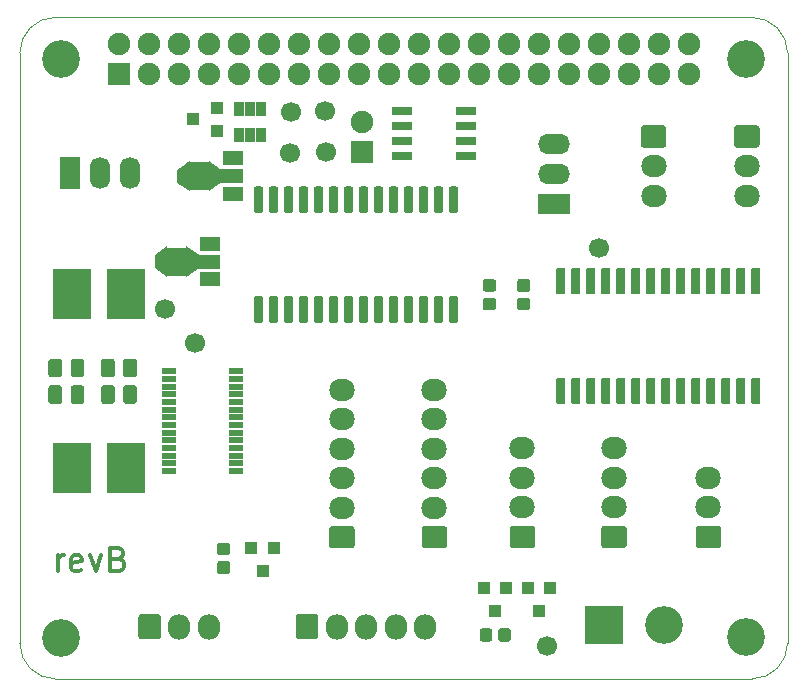
<source format=gbr>
G04 #@! TF.GenerationSoftware,KiCad,Pcbnew,5.1.5-52549c5~84~ubuntu19.10.1*
G04 #@! TF.CreationDate,2020-01-07T17:03:21+01:00*
G04 #@! TF.ProjectId,pi-hat,70692d68-6174-42e6-9b69-6361645f7063,rev?*
G04 #@! TF.SameCoordinates,Original*
G04 #@! TF.FileFunction,Soldermask,Top*
G04 #@! TF.FilePolarity,Negative*
%FSLAX46Y46*%
G04 Gerber Fmt 4.6, Leading zero omitted, Abs format (unit mm)*
G04 Created by KiCad (PCBNEW 5.1.5-52549c5~84~ubuntu19.10.1) date 2020-01-07 17:03:21*
%MOMM*%
%LPD*%
G04 APERTURE LIST*
%ADD10C,0.300000*%
%ADD11C,0.100000*%
%ADD12O,2.150000X1.900000*%
%ADD13C,1.700000*%
%ADD14R,3.200000X4.200000*%
%ADD15R,0.850000X1.260000*%
%ADD16O,2.700000X1.700000*%
%ADD17R,2.700000X1.700000*%
%ADD18O,1.700000X2.700000*%
%ADD19R,1.700000X2.700000*%
%ADD20R,1.000000X1.100000*%
%ADD21C,3.200000*%
%ADD22R,3.200000X3.200000*%
%ADD23R,1.300000X0.600000*%
%ADD24R,2.040000X2.400000*%
%ADD25R,1.700000X1.200000*%
%ADD26R,2.000000X1.200000*%
%ADD27O,1.900000X1.900000*%
%ADD28R,1.900000X1.900000*%
%ADD29O,1.900000X2.150000*%
%ADD30R,1.100000X1.000000*%
%ADD31R,1.750000X0.800000*%
G04 APERTURE END LIST*
D10*
X81738095Y-107704761D02*
X81738095Y-106371428D01*
X81738095Y-106752380D02*
X81833333Y-106561904D01*
X81928571Y-106466666D01*
X82119047Y-106371428D01*
X82309523Y-106371428D01*
X83738095Y-107609523D02*
X83547619Y-107704761D01*
X83166666Y-107704761D01*
X82976190Y-107609523D01*
X82880952Y-107419047D01*
X82880952Y-106657142D01*
X82976190Y-106466666D01*
X83166666Y-106371428D01*
X83547619Y-106371428D01*
X83738095Y-106466666D01*
X83833333Y-106657142D01*
X83833333Y-106847619D01*
X82880952Y-107038095D01*
X84500000Y-106371428D02*
X84976190Y-107704761D01*
X85452380Y-106371428D01*
X86880952Y-106657142D02*
X87166666Y-106752380D01*
X87261904Y-106847619D01*
X87357142Y-107038095D01*
X87357142Y-107323809D01*
X87261904Y-107514285D01*
X87166666Y-107609523D01*
X86976190Y-107704761D01*
X86214285Y-107704761D01*
X86214285Y-105704761D01*
X86880952Y-105704761D01*
X87071428Y-105800000D01*
X87166666Y-105895238D01*
X87261904Y-106085714D01*
X87261904Y-106276190D01*
X87166666Y-106466666D01*
X87071428Y-106561904D01*
X86880952Y-106657142D01*
X86214285Y-106657142D01*
D11*
X78546356Y-63817611D02*
G75*
G02X81546356Y-60817611I3000000J0D01*
G01*
X78546356Y-63817611D02*
X78546356Y-113817611D01*
X140546356Y-60817611D02*
X81546356Y-60817611D01*
X140546356Y-60817611D02*
G75*
G02X143546356Y-63817611I0J-3000000D01*
G01*
X143546356Y-113817611D02*
X143546356Y-63817611D01*
X81546356Y-116817611D02*
G75*
G02X78546356Y-113817611I0J3000000D01*
G01*
X81546356Y-116817611D02*
X140546356Y-116817611D01*
X143546356Y-113817611D02*
G75*
G02X140546356Y-116817611I-3000000J0D01*
G01*
D12*
X121100000Y-97300000D03*
X121100000Y-99800000D03*
X121100000Y-102300000D03*
D11*
G36*
X121922975Y-103851345D02*
G01*
X121950099Y-103855369D01*
X121976697Y-103862031D01*
X122002514Y-103871269D01*
X122027302Y-103882993D01*
X122050821Y-103897089D01*
X122072845Y-103913424D01*
X122093162Y-103931838D01*
X122111576Y-103952155D01*
X122127911Y-103974179D01*
X122142007Y-103997698D01*
X122153731Y-104022486D01*
X122162969Y-104048303D01*
X122169631Y-104074901D01*
X122173655Y-104102025D01*
X122175000Y-104129412D01*
X122175000Y-105470588D01*
X122173655Y-105497975D01*
X122169631Y-105525099D01*
X122162969Y-105551697D01*
X122153731Y-105577514D01*
X122142007Y-105602302D01*
X122127911Y-105625821D01*
X122111576Y-105647845D01*
X122093162Y-105668162D01*
X122072845Y-105686576D01*
X122050821Y-105702911D01*
X122027302Y-105717007D01*
X122002514Y-105728731D01*
X121976697Y-105737969D01*
X121950099Y-105744631D01*
X121922975Y-105748655D01*
X121895588Y-105750000D01*
X120304412Y-105750000D01*
X120277025Y-105748655D01*
X120249901Y-105744631D01*
X120223303Y-105737969D01*
X120197486Y-105728731D01*
X120172698Y-105717007D01*
X120149179Y-105702911D01*
X120127155Y-105686576D01*
X120106838Y-105668162D01*
X120088424Y-105647845D01*
X120072089Y-105625821D01*
X120057993Y-105602302D01*
X120046269Y-105577514D01*
X120037031Y-105551697D01*
X120030369Y-105525099D01*
X120026345Y-105497975D01*
X120025000Y-105470588D01*
X120025000Y-104129412D01*
X120026345Y-104102025D01*
X120030369Y-104074901D01*
X120037031Y-104048303D01*
X120046269Y-104022486D01*
X120057993Y-103997698D01*
X120072089Y-103974179D01*
X120088424Y-103952155D01*
X120106838Y-103931838D01*
X120127155Y-103913424D01*
X120149179Y-103897089D01*
X120172698Y-103882993D01*
X120197486Y-103871269D01*
X120223303Y-103862031D01*
X120249901Y-103855369D01*
X120277025Y-103851345D01*
X120304412Y-103850000D01*
X121895588Y-103850000D01*
X121922975Y-103851345D01*
G37*
D13*
X104400000Y-68700000D03*
D14*
X87500000Y-99000000D03*
X83000000Y-99000000D03*
D13*
X127600000Y-80300000D03*
X123200000Y-114000000D03*
X90800000Y-85500000D03*
X93400000Y-88400000D03*
X104500000Y-72200000D03*
X101450000Y-72300000D03*
X101500000Y-68800000D03*
D15*
X98050000Y-68550000D03*
X97100000Y-68550000D03*
X99000000Y-68550000D03*
X99000000Y-70750000D03*
X98050000Y-70750000D03*
X97100000Y-70750000D03*
D16*
X123800000Y-71520000D03*
X123800000Y-74060000D03*
D17*
X123800000Y-76600000D03*
D18*
X87880000Y-74000000D03*
X85340000Y-74000000D03*
D19*
X82800000Y-74000000D03*
D20*
X118800000Y-111100000D03*
X117850000Y-109100000D03*
X119750000Y-109100000D03*
D12*
X140100000Y-75900000D03*
X140100000Y-73400000D03*
D11*
G36*
X140922975Y-69951345D02*
G01*
X140950099Y-69955369D01*
X140976697Y-69962031D01*
X141002514Y-69971269D01*
X141027302Y-69982993D01*
X141050821Y-69997089D01*
X141072845Y-70013424D01*
X141093162Y-70031838D01*
X141111576Y-70052155D01*
X141127911Y-70074179D01*
X141142007Y-70097698D01*
X141153731Y-70122486D01*
X141162969Y-70148303D01*
X141169631Y-70174901D01*
X141173655Y-70202025D01*
X141175000Y-70229412D01*
X141175000Y-71570588D01*
X141173655Y-71597975D01*
X141169631Y-71625099D01*
X141162969Y-71651697D01*
X141153731Y-71677514D01*
X141142007Y-71702302D01*
X141127911Y-71725821D01*
X141111576Y-71747845D01*
X141093162Y-71768162D01*
X141072845Y-71786576D01*
X141050821Y-71802911D01*
X141027302Y-71817007D01*
X141002514Y-71828731D01*
X140976697Y-71837969D01*
X140950099Y-71844631D01*
X140922975Y-71848655D01*
X140895588Y-71850000D01*
X139304412Y-71850000D01*
X139277025Y-71848655D01*
X139249901Y-71844631D01*
X139223303Y-71837969D01*
X139197486Y-71828731D01*
X139172698Y-71817007D01*
X139149179Y-71802911D01*
X139127155Y-71786576D01*
X139106838Y-71768162D01*
X139088424Y-71747845D01*
X139072089Y-71725821D01*
X139057993Y-71702302D01*
X139046269Y-71677514D01*
X139037031Y-71651697D01*
X139030369Y-71625099D01*
X139026345Y-71597975D01*
X139025000Y-71570588D01*
X139025000Y-70229412D01*
X139026345Y-70202025D01*
X139030369Y-70174901D01*
X139037031Y-70148303D01*
X139046269Y-70122486D01*
X139057993Y-70097698D01*
X139072089Y-70074179D01*
X139088424Y-70052155D01*
X139106838Y-70031838D01*
X139127155Y-70013424D01*
X139149179Y-69997089D01*
X139172698Y-69982993D01*
X139197486Y-69971269D01*
X139223303Y-69962031D01*
X139249901Y-69955369D01*
X139277025Y-69951345D01*
X139304412Y-69950000D01*
X140895588Y-69950000D01*
X140922975Y-69951345D01*
G37*
D12*
X132200000Y-75900000D03*
X132200000Y-73400000D03*
D11*
G36*
X133022975Y-69951345D02*
G01*
X133050099Y-69955369D01*
X133076697Y-69962031D01*
X133102514Y-69971269D01*
X133127302Y-69982993D01*
X133150821Y-69997089D01*
X133172845Y-70013424D01*
X133193162Y-70031838D01*
X133211576Y-70052155D01*
X133227911Y-70074179D01*
X133242007Y-70097698D01*
X133253731Y-70122486D01*
X133262969Y-70148303D01*
X133269631Y-70174901D01*
X133273655Y-70202025D01*
X133275000Y-70229412D01*
X133275000Y-71570588D01*
X133273655Y-71597975D01*
X133269631Y-71625099D01*
X133262969Y-71651697D01*
X133253731Y-71677514D01*
X133242007Y-71702302D01*
X133227911Y-71725821D01*
X133211576Y-71747845D01*
X133193162Y-71768162D01*
X133172845Y-71786576D01*
X133150821Y-71802911D01*
X133127302Y-71817007D01*
X133102514Y-71828731D01*
X133076697Y-71837969D01*
X133050099Y-71844631D01*
X133022975Y-71848655D01*
X132995588Y-71850000D01*
X131404412Y-71850000D01*
X131377025Y-71848655D01*
X131349901Y-71844631D01*
X131323303Y-71837969D01*
X131297486Y-71828731D01*
X131272698Y-71817007D01*
X131249179Y-71802911D01*
X131227155Y-71786576D01*
X131206838Y-71768162D01*
X131188424Y-71747845D01*
X131172089Y-71725821D01*
X131157993Y-71702302D01*
X131146269Y-71677514D01*
X131137031Y-71651697D01*
X131130369Y-71625099D01*
X131126345Y-71597975D01*
X131125000Y-71570588D01*
X131125000Y-70229412D01*
X131126345Y-70202025D01*
X131130369Y-70174901D01*
X131137031Y-70148303D01*
X131146269Y-70122486D01*
X131157993Y-70097698D01*
X131172089Y-70074179D01*
X131188424Y-70052155D01*
X131206838Y-70031838D01*
X131227155Y-70013424D01*
X131249179Y-69997089D01*
X131272698Y-69982993D01*
X131297486Y-69971269D01*
X131323303Y-69962031D01*
X131349901Y-69955369D01*
X131377025Y-69951345D01*
X131404412Y-69950000D01*
X132995588Y-69950000D01*
X133022975Y-69951345D01*
G37*
D21*
X133080000Y-112250000D03*
D22*
X128000000Y-112250000D03*
D11*
G36*
X118307592Y-112526294D02*
G01*
X118333681Y-112530164D01*
X118359264Y-112536572D01*
X118384096Y-112545457D01*
X118407938Y-112556734D01*
X118430560Y-112570293D01*
X118451743Y-112586003D01*
X118471285Y-112603715D01*
X118488997Y-112623257D01*
X118504707Y-112644440D01*
X118518266Y-112667062D01*
X118529543Y-112690904D01*
X118538428Y-112715736D01*
X118544836Y-112741319D01*
X118548706Y-112767408D01*
X118550000Y-112793750D01*
X118550000Y-113406250D01*
X118548706Y-113432592D01*
X118544836Y-113458681D01*
X118538428Y-113484264D01*
X118529543Y-113509096D01*
X118518266Y-113532938D01*
X118504707Y-113555560D01*
X118488997Y-113576743D01*
X118471285Y-113596285D01*
X118451743Y-113613997D01*
X118430560Y-113629707D01*
X118407938Y-113643266D01*
X118384096Y-113654543D01*
X118359264Y-113663428D01*
X118333681Y-113669836D01*
X118307592Y-113673706D01*
X118281250Y-113675000D01*
X117743750Y-113675000D01*
X117717408Y-113673706D01*
X117691319Y-113669836D01*
X117665736Y-113663428D01*
X117640904Y-113654543D01*
X117617062Y-113643266D01*
X117594440Y-113629707D01*
X117573257Y-113613997D01*
X117553715Y-113596285D01*
X117536003Y-113576743D01*
X117520293Y-113555560D01*
X117506734Y-113532938D01*
X117495457Y-113509096D01*
X117486572Y-113484264D01*
X117480164Y-113458681D01*
X117476294Y-113432592D01*
X117475000Y-113406250D01*
X117475000Y-112793750D01*
X117476294Y-112767408D01*
X117480164Y-112741319D01*
X117486572Y-112715736D01*
X117495457Y-112690904D01*
X117506734Y-112667062D01*
X117520293Y-112644440D01*
X117536003Y-112623257D01*
X117553715Y-112603715D01*
X117573257Y-112586003D01*
X117594440Y-112570293D01*
X117617062Y-112556734D01*
X117640904Y-112545457D01*
X117665736Y-112536572D01*
X117691319Y-112530164D01*
X117717408Y-112526294D01*
X117743750Y-112525000D01*
X118281250Y-112525000D01*
X118307592Y-112526294D01*
G37*
G36*
X119882592Y-112526294D02*
G01*
X119908681Y-112530164D01*
X119934264Y-112536572D01*
X119959096Y-112545457D01*
X119982938Y-112556734D01*
X120005560Y-112570293D01*
X120026743Y-112586003D01*
X120046285Y-112603715D01*
X120063997Y-112623257D01*
X120079707Y-112644440D01*
X120093266Y-112667062D01*
X120104543Y-112690904D01*
X120113428Y-112715736D01*
X120119836Y-112741319D01*
X120123706Y-112767408D01*
X120125000Y-112793750D01*
X120125000Y-113406250D01*
X120123706Y-113432592D01*
X120119836Y-113458681D01*
X120113428Y-113484264D01*
X120104543Y-113509096D01*
X120093266Y-113532938D01*
X120079707Y-113555560D01*
X120063997Y-113576743D01*
X120046285Y-113596285D01*
X120026743Y-113613997D01*
X120005560Y-113629707D01*
X119982938Y-113643266D01*
X119959096Y-113654543D01*
X119934264Y-113663428D01*
X119908681Y-113669836D01*
X119882592Y-113673706D01*
X119856250Y-113675000D01*
X119318750Y-113675000D01*
X119292408Y-113673706D01*
X119266319Y-113669836D01*
X119240736Y-113663428D01*
X119215904Y-113654543D01*
X119192062Y-113643266D01*
X119169440Y-113629707D01*
X119148257Y-113613997D01*
X119128715Y-113596285D01*
X119111003Y-113576743D01*
X119095293Y-113555560D01*
X119081734Y-113532938D01*
X119070457Y-113509096D01*
X119061572Y-113484264D01*
X119055164Y-113458681D01*
X119051294Y-113432592D01*
X119050000Y-113406250D01*
X119050000Y-112793750D01*
X119051294Y-112767408D01*
X119055164Y-112741319D01*
X119061572Y-112715736D01*
X119070457Y-112690904D01*
X119081734Y-112667062D01*
X119095293Y-112644440D01*
X119111003Y-112623257D01*
X119128715Y-112603715D01*
X119148257Y-112586003D01*
X119169440Y-112570293D01*
X119192062Y-112556734D01*
X119215904Y-112545457D01*
X119240736Y-112536572D01*
X119266319Y-112530164D01*
X119292408Y-112526294D01*
X119318750Y-112525000D01*
X119856250Y-112525000D01*
X119882592Y-112526294D01*
G37*
G36*
X96132592Y-105276294D02*
G01*
X96158681Y-105280164D01*
X96184264Y-105286572D01*
X96209096Y-105295457D01*
X96232938Y-105306734D01*
X96255560Y-105320293D01*
X96276743Y-105336003D01*
X96296285Y-105353715D01*
X96313997Y-105373257D01*
X96329707Y-105394440D01*
X96343266Y-105417062D01*
X96354543Y-105440904D01*
X96363428Y-105465736D01*
X96369836Y-105491319D01*
X96373706Y-105517408D01*
X96375000Y-105543750D01*
X96375000Y-106081250D01*
X96373706Y-106107592D01*
X96369836Y-106133681D01*
X96363428Y-106159264D01*
X96354543Y-106184096D01*
X96343266Y-106207938D01*
X96329707Y-106230560D01*
X96313997Y-106251743D01*
X96296285Y-106271285D01*
X96276743Y-106288997D01*
X96255560Y-106304707D01*
X96232938Y-106318266D01*
X96209096Y-106329543D01*
X96184264Y-106338428D01*
X96158681Y-106344836D01*
X96132592Y-106348706D01*
X96106250Y-106350000D01*
X95493750Y-106350000D01*
X95467408Y-106348706D01*
X95441319Y-106344836D01*
X95415736Y-106338428D01*
X95390904Y-106329543D01*
X95367062Y-106318266D01*
X95344440Y-106304707D01*
X95323257Y-106288997D01*
X95303715Y-106271285D01*
X95286003Y-106251743D01*
X95270293Y-106230560D01*
X95256734Y-106207938D01*
X95245457Y-106184096D01*
X95236572Y-106159264D01*
X95230164Y-106133681D01*
X95226294Y-106107592D01*
X95225000Y-106081250D01*
X95225000Y-105543750D01*
X95226294Y-105517408D01*
X95230164Y-105491319D01*
X95236572Y-105465736D01*
X95245457Y-105440904D01*
X95256734Y-105417062D01*
X95270293Y-105394440D01*
X95286003Y-105373257D01*
X95303715Y-105353715D01*
X95323257Y-105336003D01*
X95344440Y-105320293D01*
X95367062Y-105306734D01*
X95390904Y-105295457D01*
X95415736Y-105286572D01*
X95441319Y-105280164D01*
X95467408Y-105276294D01*
X95493750Y-105275000D01*
X96106250Y-105275000D01*
X96132592Y-105276294D01*
G37*
G36*
X96132592Y-106851294D02*
G01*
X96158681Y-106855164D01*
X96184264Y-106861572D01*
X96209096Y-106870457D01*
X96232938Y-106881734D01*
X96255560Y-106895293D01*
X96276743Y-106911003D01*
X96296285Y-106928715D01*
X96313997Y-106948257D01*
X96329707Y-106969440D01*
X96343266Y-106992062D01*
X96354543Y-107015904D01*
X96363428Y-107040736D01*
X96369836Y-107066319D01*
X96373706Y-107092408D01*
X96375000Y-107118750D01*
X96375000Y-107656250D01*
X96373706Y-107682592D01*
X96369836Y-107708681D01*
X96363428Y-107734264D01*
X96354543Y-107759096D01*
X96343266Y-107782938D01*
X96329707Y-107805560D01*
X96313997Y-107826743D01*
X96296285Y-107846285D01*
X96276743Y-107863997D01*
X96255560Y-107879707D01*
X96232938Y-107893266D01*
X96209096Y-107904543D01*
X96184264Y-107913428D01*
X96158681Y-107919836D01*
X96132592Y-107923706D01*
X96106250Y-107925000D01*
X95493750Y-107925000D01*
X95467408Y-107923706D01*
X95441319Y-107919836D01*
X95415736Y-107913428D01*
X95390904Y-107904543D01*
X95367062Y-107893266D01*
X95344440Y-107879707D01*
X95323257Y-107863997D01*
X95303715Y-107846285D01*
X95286003Y-107826743D01*
X95270293Y-107805560D01*
X95256734Y-107782938D01*
X95245457Y-107759096D01*
X95236572Y-107734264D01*
X95230164Y-107708681D01*
X95226294Y-107682592D01*
X95225000Y-107656250D01*
X95225000Y-107118750D01*
X95226294Y-107092408D01*
X95230164Y-107066319D01*
X95236572Y-107040736D01*
X95245457Y-107015904D01*
X95256734Y-106992062D01*
X95270293Y-106969440D01*
X95286003Y-106948257D01*
X95303715Y-106928715D01*
X95323257Y-106911003D01*
X95344440Y-106895293D01*
X95367062Y-106881734D01*
X95390904Y-106870457D01*
X95415736Y-106861572D01*
X95441319Y-106855164D01*
X95467408Y-106851294D01*
X95493750Y-106850000D01*
X96106250Y-106850000D01*
X96132592Y-106851294D01*
G37*
G36*
X121532592Y-82976294D02*
G01*
X121558681Y-82980164D01*
X121584264Y-82986572D01*
X121609096Y-82995457D01*
X121632938Y-83006734D01*
X121655560Y-83020293D01*
X121676743Y-83036003D01*
X121696285Y-83053715D01*
X121713997Y-83073257D01*
X121729707Y-83094440D01*
X121743266Y-83117062D01*
X121754543Y-83140904D01*
X121763428Y-83165736D01*
X121769836Y-83191319D01*
X121773706Y-83217408D01*
X121775000Y-83243750D01*
X121775000Y-83781250D01*
X121773706Y-83807592D01*
X121769836Y-83833681D01*
X121763428Y-83859264D01*
X121754543Y-83884096D01*
X121743266Y-83907938D01*
X121729707Y-83930560D01*
X121713997Y-83951743D01*
X121696285Y-83971285D01*
X121676743Y-83988997D01*
X121655560Y-84004707D01*
X121632938Y-84018266D01*
X121609096Y-84029543D01*
X121584264Y-84038428D01*
X121558681Y-84044836D01*
X121532592Y-84048706D01*
X121506250Y-84050000D01*
X120893750Y-84050000D01*
X120867408Y-84048706D01*
X120841319Y-84044836D01*
X120815736Y-84038428D01*
X120790904Y-84029543D01*
X120767062Y-84018266D01*
X120744440Y-84004707D01*
X120723257Y-83988997D01*
X120703715Y-83971285D01*
X120686003Y-83951743D01*
X120670293Y-83930560D01*
X120656734Y-83907938D01*
X120645457Y-83884096D01*
X120636572Y-83859264D01*
X120630164Y-83833681D01*
X120626294Y-83807592D01*
X120625000Y-83781250D01*
X120625000Y-83243750D01*
X120626294Y-83217408D01*
X120630164Y-83191319D01*
X120636572Y-83165736D01*
X120645457Y-83140904D01*
X120656734Y-83117062D01*
X120670293Y-83094440D01*
X120686003Y-83073257D01*
X120703715Y-83053715D01*
X120723257Y-83036003D01*
X120744440Y-83020293D01*
X120767062Y-83006734D01*
X120790904Y-82995457D01*
X120815736Y-82986572D01*
X120841319Y-82980164D01*
X120867408Y-82976294D01*
X120893750Y-82975000D01*
X121506250Y-82975000D01*
X121532592Y-82976294D01*
G37*
G36*
X121532592Y-84551294D02*
G01*
X121558681Y-84555164D01*
X121584264Y-84561572D01*
X121609096Y-84570457D01*
X121632938Y-84581734D01*
X121655560Y-84595293D01*
X121676743Y-84611003D01*
X121696285Y-84628715D01*
X121713997Y-84648257D01*
X121729707Y-84669440D01*
X121743266Y-84692062D01*
X121754543Y-84715904D01*
X121763428Y-84740736D01*
X121769836Y-84766319D01*
X121773706Y-84792408D01*
X121775000Y-84818750D01*
X121775000Y-85356250D01*
X121773706Y-85382592D01*
X121769836Y-85408681D01*
X121763428Y-85434264D01*
X121754543Y-85459096D01*
X121743266Y-85482938D01*
X121729707Y-85505560D01*
X121713997Y-85526743D01*
X121696285Y-85546285D01*
X121676743Y-85563997D01*
X121655560Y-85579707D01*
X121632938Y-85593266D01*
X121609096Y-85604543D01*
X121584264Y-85613428D01*
X121558681Y-85619836D01*
X121532592Y-85623706D01*
X121506250Y-85625000D01*
X120893750Y-85625000D01*
X120867408Y-85623706D01*
X120841319Y-85619836D01*
X120815736Y-85613428D01*
X120790904Y-85604543D01*
X120767062Y-85593266D01*
X120744440Y-85579707D01*
X120723257Y-85563997D01*
X120703715Y-85546285D01*
X120686003Y-85526743D01*
X120670293Y-85505560D01*
X120656734Y-85482938D01*
X120645457Y-85459096D01*
X120636572Y-85434264D01*
X120630164Y-85408681D01*
X120626294Y-85382592D01*
X120625000Y-85356250D01*
X120625000Y-84818750D01*
X120626294Y-84792408D01*
X120630164Y-84766319D01*
X120636572Y-84740736D01*
X120645457Y-84715904D01*
X120656734Y-84692062D01*
X120670293Y-84669440D01*
X120686003Y-84648257D01*
X120703715Y-84628715D01*
X120723257Y-84611003D01*
X120744440Y-84595293D01*
X120767062Y-84581734D01*
X120790904Y-84570457D01*
X120815736Y-84561572D01*
X120841319Y-84555164D01*
X120867408Y-84551294D01*
X120893750Y-84550000D01*
X121506250Y-84550000D01*
X121532592Y-84551294D01*
G37*
G36*
X118632592Y-82963794D02*
G01*
X118658681Y-82967664D01*
X118684264Y-82974072D01*
X118709096Y-82982957D01*
X118732938Y-82994234D01*
X118755560Y-83007793D01*
X118776743Y-83023503D01*
X118796285Y-83041215D01*
X118813997Y-83060757D01*
X118829707Y-83081940D01*
X118843266Y-83104562D01*
X118854543Y-83128404D01*
X118863428Y-83153236D01*
X118869836Y-83178819D01*
X118873706Y-83204908D01*
X118875000Y-83231250D01*
X118875000Y-83768750D01*
X118873706Y-83795092D01*
X118869836Y-83821181D01*
X118863428Y-83846764D01*
X118854543Y-83871596D01*
X118843266Y-83895438D01*
X118829707Y-83918060D01*
X118813997Y-83939243D01*
X118796285Y-83958785D01*
X118776743Y-83976497D01*
X118755560Y-83992207D01*
X118732938Y-84005766D01*
X118709096Y-84017043D01*
X118684264Y-84025928D01*
X118658681Y-84032336D01*
X118632592Y-84036206D01*
X118606250Y-84037500D01*
X117993750Y-84037500D01*
X117967408Y-84036206D01*
X117941319Y-84032336D01*
X117915736Y-84025928D01*
X117890904Y-84017043D01*
X117867062Y-84005766D01*
X117844440Y-83992207D01*
X117823257Y-83976497D01*
X117803715Y-83958785D01*
X117786003Y-83939243D01*
X117770293Y-83918060D01*
X117756734Y-83895438D01*
X117745457Y-83871596D01*
X117736572Y-83846764D01*
X117730164Y-83821181D01*
X117726294Y-83795092D01*
X117725000Y-83768750D01*
X117725000Y-83231250D01*
X117726294Y-83204908D01*
X117730164Y-83178819D01*
X117736572Y-83153236D01*
X117745457Y-83128404D01*
X117756734Y-83104562D01*
X117770293Y-83081940D01*
X117786003Y-83060757D01*
X117803715Y-83041215D01*
X117823257Y-83023503D01*
X117844440Y-83007793D01*
X117867062Y-82994234D01*
X117890904Y-82982957D01*
X117915736Y-82974072D01*
X117941319Y-82967664D01*
X117967408Y-82963794D01*
X117993750Y-82962500D01*
X118606250Y-82962500D01*
X118632592Y-82963794D01*
G37*
G36*
X118632592Y-84538794D02*
G01*
X118658681Y-84542664D01*
X118684264Y-84549072D01*
X118709096Y-84557957D01*
X118732938Y-84569234D01*
X118755560Y-84582793D01*
X118776743Y-84598503D01*
X118796285Y-84616215D01*
X118813997Y-84635757D01*
X118829707Y-84656940D01*
X118843266Y-84679562D01*
X118854543Y-84703404D01*
X118863428Y-84728236D01*
X118869836Y-84753819D01*
X118873706Y-84779908D01*
X118875000Y-84806250D01*
X118875000Y-85343750D01*
X118873706Y-85370092D01*
X118869836Y-85396181D01*
X118863428Y-85421764D01*
X118854543Y-85446596D01*
X118843266Y-85470438D01*
X118829707Y-85493060D01*
X118813997Y-85514243D01*
X118796285Y-85533785D01*
X118776743Y-85551497D01*
X118755560Y-85567207D01*
X118732938Y-85580766D01*
X118709096Y-85592043D01*
X118684264Y-85600928D01*
X118658681Y-85607336D01*
X118632592Y-85611206D01*
X118606250Y-85612500D01*
X117993750Y-85612500D01*
X117967408Y-85611206D01*
X117941319Y-85607336D01*
X117915736Y-85600928D01*
X117890904Y-85592043D01*
X117867062Y-85580766D01*
X117844440Y-85567207D01*
X117823257Y-85551497D01*
X117803715Y-85533785D01*
X117786003Y-85514243D01*
X117770293Y-85493060D01*
X117756734Y-85470438D01*
X117745457Y-85446596D01*
X117736572Y-85421764D01*
X117730164Y-85396181D01*
X117726294Y-85370092D01*
X117725000Y-85343750D01*
X117725000Y-84806250D01*
X117726294Y-84779908D01*
X117730164Y-84753819D01*
X117736572Y-84728236D01*
X117745457Y-84703404D01*
X117756734Y-84679562D01*
X117770293Y-84656940D01*
X117786003Y-84635757D01*
X117803715Y-84616215D01*
X117823257Y-84598503D01*
X117844440Y-84582793D01*
X117867062Y-84569234D01*
X117890904Y-84557957D01*
X117915736Y-84549072D01*
X117941319Y-84542664D01*
X117967408Y-84538794D01*
X117993750Y-84537500D01*
X118606250Y-84537500D01*
X118632592Y-84538794D01*
G37*
D23*
X96837000Y-90772000D03*
X96837000Y-91422000D03*
X96837000Y-92072000D03*
X96837000Y-92722000D03*
X96837000Y-93372000D03*
X96837000Y-94022000D03*
X96837000Y-94672000D03*
X96837000Y-95322000D03*
X96837000Y-95972000D03*
X96837000Y-96622000D03*
X96837000Y-97272000D03*
X96837000Y-97922000D03*
X96837000Y-98572000D03*
X96837000Y-99222000D03*
X91137000Y-99222000D03*
X91137000Y-98572000D03*
X91137000Y-97922000D03*
X91137000Y-97272000D03*
X91137000Y-96622000D03*
X91137000Y-95972000D03*
X91137000Y-95322000D03*
X91137000Y-94672000D03*
X91137000Y-94022000D03*
X91137000Y-93372000D03*
X91137000Y-92722000D03*
X91137000Y-92072000D03*
X91137000Y-91422000D03*
X91137000Y-90772000D03*
D12*
X105815000Y-92325000D03*
X105815000Y-94825000D03*
X105815000Y-97325000D03*
X105815000Y-99825000D03*
X105815000Y-102325000D03*
D11*
G36*
X106637975Y-103876345D02*
G01*
X106665099Y-103880369D01*
X106691697Y-103887031D01*
X106717514Y-103896269D01*
X106742302Y-103907993D01*
X106765821Y-103922089D01*
X106787845Y-103938424D01*
X106808162Y-103956838D01*
X106826576Y-103977155D01*
X106842911Y-103999179D01*
X106857007Y-104022698D01*
X106868731Y-104047486D01*
X106877969Y-104073303D01*
X106884631Y-104099901D01*
X106888655Y-104127025D01*
X106890000Y-104154412D01*
X106890000Y-105495588D01*
X106888655Y-105522975D01*
X106884631Y-105550099D01*
X106877969Y-105576697D01*
X106868731Y-105602514D01*
X106857007Y-105627302D01*
X106842911Y-105650821D01*
X106826576Y-105672845D01*
X106808162Y-105693162D01*
X106787845Y-105711576D01*
X106765821Y-105727911D01*
X106742302Y-105742007D01*
X106717514Y-105753731D01*
X106691697Y-105762969D01*
X106665099Y-105769631D01*
X106637975Y-105773655D01*
X106610588Y-105775000D01*
X105019412Y-105775000D01*
X104992025Y-105773655D01*
X104964901Y-105769631D01*
X104938303Y-105762969D01*
X104912486Y-105753731D01*
X104887698Y-105742007D01*
X104864179Y-105727911D01*
X104842155Y-105711576D01*
X104821838Y-105693162D01*
X104803424Y-105672845D01*
X104787089Y-105650821D01*
X104772993Y-105627302D01*
X104761269Y-105602514D01*
X104752031Y-105576697D01*
X104745369Y-105550099D01*
X104741345Y-105522975D01*
X104740000Y-105495588D01*
X104740000Y-104154412D01*
X104741345Y-104127025D01*
X104745369Y-104099901D01*
X104752031Y-104073303D01*
X104761269Y-104047486D01*
X104772993Y-104022698D01*
X104787089Y-103999179D01*
X104803424Y-103977155D01*
X104821838Y-103956838D01*
X104842155Y-103938424D01*
X104864179Y-103922089D01*
X104887698Y-103907993D01*
X104912486Y-103896269D01*
X104938303Y-103887031D01*
X104964901Y-103880369D01*
X104992025Y-103876345D01*
X105019412Y-103875000D01*
X106610588Y-103875000D01*
X106637975Y-103876345D01*
G37*
D12*
X113650000Y-92325000D03*
X113650000Y-94825000D03*
X113650000Y-97325000D03*
X113650000Y-99825000D03*
X113650000Y-102325000D03*
D11*
G36*
X114472975Y-103876345D02*
G01*
X114500099Y-103880369D01*
X114526697Y-103887031D01*
X114552514Y-103896269D01*
X114577302Y-103907993D01*
X114600821Y-103922089D01*
X114622845Y-103938424D01*
X114643162Y-103956838D01*
X114661576Y-103977155D01*
X114677911Y-103999179D01*
X114692007Y-104022698D01*
X114703731Y-104047486D01*
X114712969Y-104073303D01*
X114719631Y-104099901D01*
X114723655Y-104127025D01*
X114725000Y-104154412D01*
X114725000Y-105495588D01*
X114723655Y-105522975D01*
X114719631Y-105550099D01*
X114712969Y-105576697D01*
X114703731Y-105602514D01*
X114692007Y-105627302D01*
X114677911Y-105650821D01*
X114661576Y-105672845D01*
X114643162Y-105693162D01*
X114622845Y-105711576D01*
X114600821Y-105727911D01*
X114577302Y-105742007D01*
X114552514Y-105753731D01*
X114526697Y-105762969D01*
X114500099Y-105769631D01*
X114472975Y-105773655D01*
X114445588Y-105775000D01*
X112854412Y-105775000D01*
X112827025Y-105773655D01*
X112799901Y-105769631D01*
X112773303Y-105762969D01*
X112747486Y-105753731D01*
X112722698Y-105742007D01*
X112699179Y-105727911D01*
X112677155Y-105711576D01*
X112656838Y-105693162D01*
X112638424Y-105672845D01*
X112622089Y-105650821D01*
X112607993Y-105627302D01*
X112596269Y-105602514D01*
X112587031Y-105576697D01*
X112580369Y-105550099D01*
X112576345Y-105522975D01*
X112575000Y-105495588D01*
X112575000Y-104154412D01*
X112576345Y-104127025D01*
X112580369Y-104099901D01*
X112587031Y-104073303D01*
X112596269Y-104047486D01*
X112607993Y-104022698D01*
X112622089Y-103999179D01*
X112638424Y-103977155D01*
X112656838Y-103956838D01*
X112677155Y-103938424D01*
X112699179Y-103922089D01*
X112722698Y-103907993D01*
X112747486Y-103896269D01*
X112773303Y-103887031D01*
X112799901Y-103880369D01*
X112827025Y-103876345D01*
X112854412Y-103875000D01*
X114445588Y-103875000D01*
X114472975Y-103876345D01*
G37*
G36*
X94559700Y-72957934D02*
G01*
X95759700Y-73797934D01*
X95759700Y-74702066D01*
X94559700Y-75542066D01*
X94559700Y-72957934D01*
G37*
D24*
X93750000Y-74250000D03*
D25*
X96563500Y-72750000D03*
D26*
X96417000Y-74250000D03*
D25*
X96563500Y-75750000D03*
D11*
G36*
X92941500Y-75542992D02*
G01*
X91891500Y-74801816D01*
X91891500Y-73698184D01*
X92941500Y-72957008D01*
X92941500Y-75542992D01*
G37*
G36*
X124564603Y-82025963D02*
G01*
X124584018Y-82028843D01*
X124603057Y-82033612D01*
X124621537Y-82040224D01*
X124639279Y-82048616D01*
X124656114Y-82058706D01*
X124671879Y-82070398D01*
X124686421Y-82083579D01*
X124699602Y-82098121D01*
X124711294Y-82113886D01*
X124721384Y-82130721D01*
X124729776Y-82148463D01*
X124736388Y-82166943D01*
X124741157Y-82185982D01*
X124744037Y-82205397D01*
X124745000Y-82225000D01*
X124745000Y-84075000D01*
X124744037Y-84094603D01*
X124741157Y-84114018D01*
X124736388Y-84133057D01*
X124729776Y-84151537D01*
X124721384Y-84169279D01*
X124711294Y-84186114D01*
X124699602Y-84201879D01*
X124686421Y-84216421D01*
X124671879Y-84229602D01*
X124656114Y-84241294D01*
X124639279Y-84251384D01*
X124621537Y-84259776D01*
X124603057Y-84266388D01*
X124584018Y-84271157D01*
X124564603Y-84274037D01*
X124545000Y-84275000D01*
X124145000Y-84275000D01*
X124125397Y-84274037D01*
X124105982Y-84271157D01*
X124086943Y-84266388D01*
X124068463Y-84259776D01*
X124050721Y-84251384D01*
X124033886Y-84241294D01*
X124018121Y-84229602D01*
X124003579Y-84216421D01*
X123990398Y-84201879D01*
X123978706Y-84186114D01*
X123968616Y-84169279D01*
X123960224Y-84151537D01*
X123953612Y-84133057D01*
X123948843Y-84114018D01*
X123945963Y-84094603D01*
X123945000Y-84075000D01*
X123945000Y-82225000D01*
X123945963Y-82205397D01*
X123948843Y-82185982D01*
X123953612Y-82166943D01*
X123960224Y-82148463D01*
X123968616Y-82130721D01*
X123978706Y-82113886D01*
X123990398Y-82098121D01*
X124003579Y-82083579D01*
X124018121Y-82070398D01*
X124033886Y-82058706D01*
X124050721Y-82048616D01*
X124068463Y-82040224D01*
X124086943Y-82033612D01*
X124105982Y-82028843D01*
X124125397Y-82025963D01*
X124145000Y-82025000D01*
X124545000Y-82025000D01*
X124564603Y-82025963D01*
G37*
G36*
X125834603Y-82025963D02*
G01*
X125854018Y-82028843D01*
X125873057Y-82033612D01*
X125891537Y-82040224D01*
X125909279Y-82048616D01*
X125926114Y-82058706D01*
X125941879Y-82070398D01*
X125956421Y-82083579D01*
X125969602Y-82098121D01*
X125981294Y-82113886D01*
X125991384Y-82130721D01*
X125999776Y-82148463D01*
X126006388Y-82166943D01*
X126011157Y-82185982D01*
X126014037Y-82205397D01*
X126015000Y-82225000D01*
X126015000Y-84075000D01*
X126014037Y-84094603D01*
X126011157Y-84114018D01*
X126006388Y-84133057D01*
X125999776Y-84151537D01*
X125991384Y-84169279D01*
X125981294Y-84186114D01*
X125969602Y-84201879D01*
X125956421Y-84216421D01*
X125941879Y-84229602D01*
X125926114Y-84241294D01*
X125909279Y-84251384D01*
X125891537Y-84259776D01*
X125873057Y-84266388D01*
X125854018Y-84271157D01*
X125834603Y-84274037D01*
X125815000Y-84275000D01*
X125415000Y-84275000D01*
X125395397Y-84274037D01*
X125375982Y-84271157D01*
X125356943Y-84266388D01*
X125338463Y-84259776D01*
X125320721Y-84251384D01*
X125303886Y-84241294D01*
X125288121Y-84229602D01*
X125273579Y-84216421D01*
X125260398Y-84201879D01*
X125248706Y-84186114D01*
X125238616Y-84169279D01*
X125230224Y-84151537D01*
X125223612Y-84133057D01*
X125218843Y-84114018D01*
X125215963Y-84094603D01*
X125215000Y-84075000D01*
X125215000Y-82225000D01*
X125215963Y-82205397D01*
X125218843Y-82185982D01*
X125223612Y-82166943D01*
X125230224Y-82148463D01*
X125238616Y-82130721D01*
X125248706Y-82113886D01*
X125260398Y-82098121D01*
X125273579Y-82083579D01*
X125288121Y-82070398D01*
X125303886Y-82058706D01*
X125320721Y-82048616D01*
X125338463Y-82040224D01*
X125356943Y-82033612D01*
X125375982Y-82028843D01*
X125395397Y-82025963D01*
X125415000Y-82025000D01*
X125815000Y-82025000D01*
X125834603Y-82025963D01*
G37*
G36*
X127104603Y-82025963D02*
G01*
X127124018Y-82028843D01*
X127143057Y-82033612D01*
X127161537Y-82040224D01*
X127179279Y-82048616D01*
X127196114Y-82058706D01*
X127211879Y-82070398D01*
X127226421Y-82083579D01*
X127239602Y-82098121D01*
X127251294Y-82113886D01*
X127261384Y-82130721D01*
X127269776Y-82148463D01*
X127276388Y-82166943D01*
X127281157Y-82185982D01*
X127284037Y-82205397D01*
X127285000Y-82225000D01*
X127285000Y-84075000D01*
X127284037Y-84094603D01*
X127281157Y-84114018D01*
X127276388Y-84133057D01*
X127269776Y-84151537D01*
X127261384Y-84169279D01*
X127251294Y-84186114D01*
X127239602Y-84201879D01*
X127226421Y-84216421D01*
X127211879Y-84229602D01*
X127196114Y-84241294D01*
X127179279Y-84251384D01*
X127161537Y-84259776D01*
X127143057Y-84266388D01*
X127124018Y-84271157D01*
X127104603Y-84274037D01*
X127085000Y-84275000D01*
X126685000Y-84275000D01*
X126665397Y-84274037D01*
X126645982Y-84271157D01*
X126626943Y-84266388D01*
X126608463Y-84259776D01*
X126590721Y-84251384D01*
X126573886Y-84241294D01*
X126558121Y-84229602D01*
X126543579Y-84216421D01*
X126530398Y-84201879D01*
X126518706Y-84186114D01*
X126508616Y-84169279D01*
X126500224Y-84151537D01*
X126493612Y-84133057D01*
X126488843Y-84114018D01*
X126485963Y-84094603D01*
X126485000Y-84075000D01*
X126485000Y-82225000D01*
X126485963Y-82205397D01*
X126488843Y-82185982D01*
X126493612Y-82166943D01*
X126500224Y-82148463D01*
X126508616Y-82130721D01*
X126518706Y-82113886D01*
X126530398Y-82098121D01*
X126543579Y-82083579D01*
X126558121Y-82070398D01*
X126573886Y-82058706D01*
X126590721Y-82048616D01*
X126608463Y-82040224D01*
X126626943Y-82033612D01*
X126645982Y-82028843D01*
X126665397Y-82025963D01*
X126685000Y-82025000D01*
X127085000Y-82025000D01*
X127104603Y-82025963D01*
G37*
G36*
X128374603Y-82025963D02*
G01*
X128394018Y-82028843D01*
X128413057Y-82033612D01*
X128431537Y-82040224D01*
X128449279Y-82048616D01*
X128466114Y-82058706D01*
X128481879Y-82070398D01*
X128496421Y-82083579D01*
X128509602Y-82098121D01*
X128521294Y-82113886D01*
X128531384Y-82130721D01*
X128539776Y-82148463D01*
X128546388Y-82166943D01*
X128551157Y-82185982D01*
X128554037Y-82205397D01*
X128555000Y-82225000D01*
X128555000Y-84075000D01*
X128554037Y-84094603D01*
X128551157Y-84114018D01*
X128546388Y-84133057D01*
X128539776Y-84151537D01*
X128531384Y-84169279D01*
X128521294Y-84186114D01*
X128509602Y-84201879D01*
X128496421Y-84216421D01*
X128481879Y-84229602D01*
X128466114Y-84241294D01*
X128449279Y-84251384D01*
X128431537Y-84259776D01*
X128413057Y-84266388D01*
X128394018Y-84271157D01*
X128374603Y-84274037D01*
X128355000Y-84275000D01*
X127955000Y-84275000D01*
X127935397Y-84274037D01*
X127915982Y-84271157D01*
X127896943Y-84266388D01*
X127878463Y-84259776D01*
X127860721Y-84251384D01*
X127843886Y-84241294D01*
X127828121Y-84229602D01*
X127813579Y-84216421D01*
X127800398Y-84201879D01*
X127788706Y-84186114D01*
X127778616Y-84169279D01*
X127770224Y-84151537D01*
X127763612Y-84133057D01*
X127758843Y-84114018D01*
X127755963Y-84094603D01*
X127755000Y-84075000D01*
X127755000Y-82225000D01*
X127755963Y-82205397D01*
X127758843Y-82185982D01*
X127763612Y-82166943D01*
X127770224Y-82148463D01*
X127778616Y-82130721D01*
X127788706Y-82113886D01*
X127800398Y-82098121D01*
X127813579Y-82083579D01*
X127828121Y-82070398D01*
X127843886Y-82058706D01*
X127860721Y-82048616D01*
X127878463Y-82040224D01*
X127896943Y-82033612D01*
X127915982Y-82028843D01*
X127935397Y-82025963D01*
X127955000Y-82025000D01*
X128355000Y-82025000D01*
X128374603Y-82025963D01*
G37*
G36*
X129644603Y-82025963D02*
G01*
X129664018Y-82028843D01*
X129683057Y-82033612D01*
X129701537Y-82040224D01*
X129719279Y-82048616D01*
X129736114Y-82058706D01*
X129751879Y-82070398D01*
X129766421Y-82083579D01*
X129779602Y-82098121D01*
X129791294Y-82113886D01*
X129801384Y-82130721D01*
X129809776Y-82148463D01*
X129816388Y-82166943D01*
X129821157Y-82185982D01*
X129824037Y-82205397D01*
X129825000Y-82225000D01*
X129825000Y-84075000D01*
X129824037Y-84094603D01*
X129821157Y-84114018D01*
X129816388Y-84133057D01*
X129809776Y-84151537D01*
X129801384Y-84169279D01*
X129791294Y-84186114D01*
X129779602Y-84201879D01*
X129766421Y-84216421D01*
X129751879Y-84229602D01*
X129736114Y-84241294D01*
X129719279Y-84251384D01*
X129701537Y-84259776D01*
X129683057Y-84266388D01*
X129664018Y-84271157D01*
X129644603Y-84274037D01*
X129625000Y-84275000D01*
X129225000Y-84275000D01*
X129205397Y-84274037D01*
X129185982Y-84271157D01*
X129166943Y-84266388D01*
X129148463Y-84259776D01*
X129130721Y-84251384D01*
X129113886Y-84241294D01*
X129098121Y-84229602D01*
X129083579Y-84216421D01*
X129070398Y-84201879D01*
X129058706Y-84186114D01*
X129048616Y-84169279D01*
X129040224Y-84151537D01*
X129033612Y-84133057D01*
X129028843Y-84114018D01*
X129025963Y-84094603D01*
X129025000Y-84075000D01*
X129025000Y-82225000D01*
X129025963Y-82205397D01*
X129028843Y-82185982D01*
X129033612Y-82166943D01*
X129040224Y-82148463D01*
X129048616Y-82130721D01*
X129058706Y-82113886D01*
X129070398Y-82098121D01*
X129083579Y-82083579D01*
X129098121Y-82070398D01*
X129113886Y-82058706D01*
X129130721Y-82048616D01*
X129148463Y-82040224D01*
X129166943Y-82033612D01*
X129185982Y-82028843D01*
X129205397Y-82025963D01*
X129225000Y-82025000D01*
X129625000Y-82025000D01*
X129644603Y-82025963D01*
G37*
G36*
X130914603Y-82025963D02*
G01*
X130934018Y-82028843D01*
X130953057Y-82033612D01*
X130971537Y-82040224D01*
X130989279Y-82048616D01*
X131006114Y-82058706D01*
X131021879Y-82070398D01*
X131036421Y-82083579D01*
X131049602Y-82098121D01*
X131061294Y-82113886D01*
X131071384Y-82130721D01*
X131079776Y-82148463D01*
X131086388Y-82166943D01*
X131091157Y-82185982D01*
X131094037Y-82205397D01*
X131095000Y-82225000D01*
X131095000Y-84075000D01*
X131094037Y-84094603D01*
X131091157Y-84114018D01*
X131086388Y-84133057D01*
X131079776Y-84151537D01*
X131071384Y-84169279D01*
X131061294Y-84186114D01*
X131049602Y-84201879D01*
X131036421Y-84216421D01*
X131021879Y-84229602D01*
X131006114Y-84241294D01*
X130989279Y-84251384D01*
X130971537Y-84259776D01*
X130953057Y-84266388D01*
X130934018Y-84271157D01*
X130914603Y-84274037D01*
X130895000Y-84275000D01*
X130495000Y-84275000D01*
X130475397Y-84274037D01*
X130455982Y-84271157D01*
X130436943Y-84266388D01*
X130418463Y-84259776D01*
X130400721Y-84251384D01*
X130383886Y-84241294D01*
X130368121Y-84229602D01*
X130353579Y-84216421D01*
X130340398Y-84201879D01*
X130328706Y-84186114D01*
X130318616Y-84169279D01*
X130310224Y-84151537D01*
X130303612Y-84133057D01*
X130298843Y-84114018D01*
X130295963Y-84094603D01*
X130295000Y-84075000D01*
X130295000Y-82225000D01*
X130295963Y-82205397D01*
X130298843Y-82185982D01*
X130303612Y-82166943D01*
X130310224Y-82148463D01*
X130318616Y-82130721D01*
X130328706Y-82113886D01*
X130340398Y-82098121D01*
X130353579Y-82083579D01*
X130368121Y-82070398D01*
X130383886Y-82058706D01*
X130400721Y-82048616D01*
X130418463Y-82040224D01*
X130436943Y-82033612D01*
X130455982Y-82028843D01*
X130475397Y-82025963D01*
X130495000Y-82025000D01*
X130895000Y-82025000D01*
X130914603Y-82025963D01*
G37*
G36*
X132184603Y-82025963D02*
G01*
X132204018Y-82028843D01*
X132223057Y-82033612D01*
X132241537Y-82040224D01*
X132259279Y-82048616D01*
X132276114Y-82058706D01*
X132291879Y-82070398D01*
X132306421Y-82083579D01*
X132319602Y-82098121D01*
X132331294Y-82113886D01*
X132341384Y-82130721D01*
X132349776Y-82148463D01*
X132356388Y-82166943D01*
X132361157Y-82185982D01*
X132364037Y-82205397D01*
X132365000Y-82225000D01*
X132365000Y-84075000D01*
X132364037Y-84094603D01*
X132361157Y-84114018D01*
X132356388Y-84133057D01*
X132349776Y-84151537D01*
X132341384Y-84169279D01*
X132331294Y-84186114D01*
X132319602Y-84201879D01*
X132306421Y-84216421D01*
X132291879Y-84229602D01*
X132276114Y-84241294D01*
X132259279Y-84251384D01*
X132241537Y-84259776D01*
X132223057Y-84266388D01*
X132204018Y-84271157D01*
X132184603Y-84274037D01*
X132165000Y-84275000D01*
X131765000Y-84275000D01*
X131745397Y-84274037D01*
X131725982Y-84271157D01*
X131706943Y-84266388D01*
X131688463Y-84259776D01*
X131670721Y-84251384D01*
X131653886Y-84241294D01*
X131638121Y-84229602D01*
X131623579Y-84216421D01*
X131610398Y-84201879D01*
X131598706Y-84186114D01*
X131588616Y-84169279D01*
X131580224Y-84151537D01*
X131573612Y-84133057D01*
X131568843Y-84114018D01*
X131565963Y-84094603D01*
X131565000Y-84075000D01*
X131565000Y-82225000D01*
X131565963Y-82205397D01*
X131568843Y-82185982D01*
X131573612Y-82166943D01*
X131580224Y-82148463D01*
X131588616Y-82130721D01*
X131598706Y-82113886D01*
X131610398Y-82098121D01*
X131623579Y-82083579D01*
X131638121Y-82070398D01*
X131653886Y-82058706D01*
X131670721Y-82048616D01*
X131688463Y-82040224D01*
X131706943Y-82033612D01*
X131725982Y-82028843D01*
X131745397Y-82025963D01*
X131765000Y-82025000D01*
X132165000Y-82025000D01*
X132184603Y-82025963D01*
G37*
G36*
X133454603Y-82025963D02*
G01*
X133474018Y-82028843D01*
X133493057Y-82033612D01*
X133511537Y-82040224D01*
X133529279Y-82048616D01*
X133546114Y-82058706D01*
X133561879Y-82070398D01*
X133576421Y-82083579D01*
X133589602Y-82098121D01*
X133601294Y-82113886D01*
X133611384Y-82130721D01*
X133619776Y-82148463D01*
X133626388Y-82166943D01*
X133631157Y-82185982D01*
X133634037Y-82205397D01*
X133635000Y-82225000D01*
X133635000Y-84075000D01*
X133634037Y-84094603D01*
X133631157Y-84114018D01*
X133626388Y-84133057D01*
X133619776Y-84151537D01*
X133611384Y-84169279D01*
X133601294Y-84186114D01*
X133589602Y-84201879D01*
X133576421Y-84216421D01*
X133561879Y-84229602D01*
X133546114Y-84241294D01*
X133529279Y-84251384D01*
X133511537Y-84259776D01*
X133493057Y-84266388D01*
X133474018Y-84271157D01*
X133454603Y-84274037D01*
X133435000Y-84275000D01*
X133035000Y-84275000D01*
X133015397Y-84274037D01*
X132995982Y-84271157D01*
X132976943Y-84266388D01*
X132958463Y-84259776D01*
X132940721Y-84251384D01*
X132923886Y-84241294D01*
X132908121Y-84229602D01*
X132893579Y-84216421D01*
X132880398Y-84201879D01*
X132868706Y-84186114D01*
X132858616Y-84169279D01*
X132850224Y-84151537D01*
X132843612Y-84133057D01*
X132838843Y-84114018D01*
X132835963Y-84094603D01*
X132835000Y-84075000D01*
X132835000Y-82225000D01*
X132835963Y-82205397D01*
X132838843Y-82185982D01*
X132843612Y-82166943D01*
X132850224Y-82148463D01*
X132858616Y-82130721D01*
X132868706Y-82113886D01*
X132880398Y-82098121D01*
X132893579Y-82083579D01*
X132908121Y-82070398D01*
X132923886Y-82058706D01*
X132940721Y-82048616D01*
X132958463Y-82040224D01*
X132976943Y-82033612D01*
X132995982Y-82028843D01*
X133015397Y-82025963D01*
X133035000Y-82025000D01*
X133435000Y-82025000D01*
X133454603Y-82025963D01*
G37*
G36*
X134724603Y-82025963D02*
G01*
X134744018Y-82028843D01*
X134763057Y-82033612D01*
X134781537Y-82040224D01*
X134799279Y-82048616D01*
X134816114Y-82058706D01*
X134831879Y-82070398D01*
X134846421Y-82083579D01*
X134859602Y-82098121D01*
X134871294Y-82113886D01*
X134881384Y-82130721D01*
X134889776Y-82148463D01*
X134896388Y-82166943D01*
X134901157Y-82185982D01*
X134904037Y-82205397D01*
X134905000Y-82225000D01*
X134905000Y-84075000D01*
X134904037Y-84094603D01*
X134901157Y-84114018D01*
X134896388Y-84133057D01*
X134889776Y-84151537D01*
X134881384Y-84169279D01*
X134871294Y-84186114D01*
X134859602Y-84201879D01*
X134846421Y-84216421D01*
X134831879Y-84229602D01*
X134816114Y-84241294D01*
X134799279Y-84251384D01*
X134781537Y-84259776D01*
X134763057Y-84266388D01*
X134744018Y-84271157D01*
X134724603Y-84274037D01*
X134705000Y-84275000D01*
X134305000Y-84275000D01*
X134285397Y-84274037D01*
X134265982Y-84271157D01*
X134246943Y-84266388D01*
X134228463Y-84259776D01*
X134210721Y-84251384D01*
X134193886Y-84241294D01*
X134178121Y-84229602D01*
X134163579Y-84216421D01*
X134150398Y-84201879D01*
X134138706Y-84186114D01*
X134128616Y-84169279D01*
X134120224Y-84151537D01*
X134113612Y-84133057D01*
X134108843Y-84114018D01*
X134105963Y-84094603D01*
X134105000Y-84075000D01*
X134105000Y-82225000D01*
X134105963Y-82205397D01*
X134108843Y-82185982D01*
X134113612Y-82166943D01*
X134120224Y-82148463D01*
X134128616Y-82130721D01*
X134138706Y-82113886D01*
X134150398Y-82098121D01*
X134163579Y-82083579D01*
X134178121Y-82070398D01*
X134193886Y-82058706D01*
X134210721Y-82048616D01*
X134228463Y-82040224D01*
X134246943Y-82033612D01*
X134265982Y-82028843D01*
X134285397Y-82025963D01*
X134305000Y-82025000D01*
X134705000Y-82025000D01*
X134724603Y-82025963D01*
G37*
G36*
X135994603Y-82025963D02*
G01*
X136014018Y-82028843D01*
X136033057Y-82033612D01*
X136051537Y-82040224D01*
X136069279Y-82048616D01*
X136086114Y-82058706D01*
X136101879Y-82070398D01*
X136116421Y-82083579D01*
X136129602Y-82098121D01*
X136141294Y-82113886D01*
X136151384Y-82130721D01*
X136159776Y-82148463D01*
X136166388Y-82166943D01*
X136171157Y-82185982D01*
X136174037Y-82205397D01*
X136175000Y-82225000D01*
X136175000Y-84075000D01*
X136174037Y-84094603D01*
X136171157Y-84114018D01*
X136166388Y-84133057D01*
X136159776Y-84151537D01*
X136151384Y-84169279D01*
X136141294Y-84186114D01*
X136129602Y-84201879D01*
X136116421Y-84216421D01*
X136101879Y-84229602D01*
X136086114Y-84241294D01*
X136069279Y-84251384D01*
X136051537Y-84259776D01*
X136033057Y-84266388D01*
X136014018Y-84271157D01*
X135994603Y-84274037D01*
X135975000Y-84275000D01*
X135575000Y-84275000D01*
X135555397Y-84274037D01*
X135535982Y-84271157D01*
X135516943Y-84266388D01*
X135498463Y-84259776D01*
X135480721Y-84251384D01*
X135463886Y-84241294D01*
X135448121Y-84229602D01*
X135433579Y-84216421D01*
X135420398Y-84201879D01*
X135408706Y-84186114D01*
X135398616Y-84169279D01*
X135390224Y-84151537D01*
X135383612Y-84133057D01*
X135378843Y-84114018D01*
X135375963Y-84094603D01*
X135375000Y-84075000D01*
X135375000Y-82225000D01*
X135375963Y-82205397D01*
X135378843Y-82185982D01*
X135383612Y-82166943D01*
X135390224Y-82148463D01*
X135398616Y-82130721D01*
X135408706Y-82113886D01*
X135420398Y-82098121D01*
X135433579Y-82083579D01*
X135448121Y-82070398D01*
X135463886Y-82058706D01*
X135480721Y-82048616D01*
X135498463Y-82040224D01*
X135516943Y-82033612D01*
X135535982Y-82028843D01*
X135555397Y-82025963D01*
X135575000Y-82025000D01*
X135975000Y-82025000D01*
X135994603Y-82025963D01*
G37*
G36*
X137264603Y-82025963D02*
G01*
X137284018Y-82028843D01*
X137303057Y-82033612D01*
X137321537Y-82040224D01*
X137339279Y-82048616D01*
X137356114Y-82058706D01*
X137371879Y-82070398D01*
X137386421Y-82083579D01*
X137399602Y-82098121D01*
X137411294Y-82113886D01*
X137421384Y-82130721D01*
X137429776Y-82148463D01*
X137436388Y-82166943D01*
X137441157Y-82185982D01*
X137444037Y-82205397D01*
X137445000Y-82225000D01*
X137445000Y-84075000D01*
X137444037Y-84094603D01*
X137441157Y-84114018D01*
X137436388Y-84133057D01*
X137429776Y-84151537D01*
X137421384Y-84169279D01*
X137411294Y-84186114D01*
X137399602Y-84201879D01*
X137386421Y-84216421D01*
X137371879Y-84229602D01*
X137356114Y-84241294D01*
X137339279Y-84251384D01*
X137321537Y-84259776D01*
X137303057Y-84266388D01*
X137284018Y-84271157D01*
X137264603Y-84274037D01*
X137245000Y-84275000D01*
X136845000Y-84275000D01*
X136825397Y-84274037D01*
X136805982Y-84271157D01*
X136786943Y-84266388D01*
X136768463Y-84259776D01*
X136750721Y-84251384D01*
X136733886Y-84241294D01*
X136718121Y-84229602D01*
X136703579Y-84216421D01*
X136690398Y-84201879D01*
X136678706Y-84186114D01*
X136668616Y-84169279D01*
X136660224Y-84151537D01*
X136653612Y-84133057D01*
X136648843Y-84114018D01*
X136645963Y-84094603D01*
X136645000Y-84075000D01*
X136645000Y-82225000D01*
X136645963Y-82205397D01*
X136648843Y-82185982D01*
X136653612Y-82166943D01*
X136660224Y-82148463D01*
X136668616Y-82130721D01*
X136678706Y-82113886D01*
X136690398Y-82098121D01*
X136703579Y-82083579D01*
X136718121Y-82070398D01*
X136733886Y-82058706D01*
X136750721Y-82048616D01*
X136768463Y-82040224D01*
X136786943Y-82033612D01*
X136805982Y-82028843D01*
X136825397Y-82025963D01*
X136845000Y-82025000D01*
X137245000Y-82025000D01*
X137264603Y-82025963D01*
G37*
G36*
X138534603Y-82025963D02*
G01*
X138554018Y-82028843D01*
X138573057Y-82033612D01*
X138591537Y-82040224D01*
X138609279Y-82048616D01*
X138626114Y-82058706D01*
X138641879Y-82070398D01*
X138656421Y-82083579D01*
X138669602Y-82098121D01*
X138681294Y-82113886D01*
X138691384Y-82130721D01*
X138699776Y-82148463D01*
X138706388Y-82166943D01*
X138711157Y-82185982D01*
X138714037Y-82205397D01*
X138715000Y-82225000D01*
X138715000Y-84075000D01*
X138714037Y-84094603D01*
X138711157Y-84114018D01*
X138706388Y-84133057D01*
X138699776Y-84151537D01*
X138691384Y-84169279D01*
X138681294Y-84186114D01*
X138669602Y-84201879D01*
X138656421Y-84216421D01*
X138641879Y-84229602D01*
X138626114Y-84241294D01*
X138609279Y-84251384D01*
X138591537Y-84259776D01*
X138573057Y-84266388D01*
X138554018Y-84271157D01*
X138534603Y-84274037D01*
X138515000Y-84275000D01*
X138115000Y-84275000D01*
X138095397Y-84274037D01*
X138075982Y-84271157D01*
X138056943Y-84266388D01*
X138038463Y-84259776D01*
X138020721Y-84251384D01*
X138003886Y-84241294D01*
X137988121Y-84229602D01*
X137973579Y-84216421D01*
X137960398Y-84201879D01*
X137948706Y-84186114D01*
X137938616Y-84169279D01*
X137930224Y-84151537D01*
X137923612Y-84133057D01*
X137918843Y-84114018D01*
X137915963Y-84094603D01*
X137915000Y-84075000D01*
X137915000Y-82225000D01*
X137915963Y-82205397D01*
X137918843Y-82185982D01*
X137923612Y-82166943D01*
X137930224Y-82148463D01*
X137938616Y-82130721D01*
X137948706Y-82113886D01*
X137960398Y-82098121D01*
X137973579Y-82083579D01*
X137988121Y-82070398D01*
X138003886Y-82058706D01*
X138020721Y-82048616D01*
X138038463Y-82040224D01*
X138056943Y-82033612D01*
X138075982Y-82028843D01*
X138095397Y-82025963D01*
X138115000Y-82025000D01*
X138515000Y-82025000D01*
X138534603Y-82025963D01*
G37*
G36*
X139804603Y-82025963D02*
G01*
X139824018Y-82028843D01*
X139843057Y-82033612D01*
X139861537Y-82040224D01*
X139879279Y-82048616D01*
X139896114Y-82058706D01*
X139911879Y-82070398D01*
X139926421Y-82083579D01*
X139939602Y-82098121D01*
X139951294Y-82113886D01*
X139961384Y-82130721D01*
X139969776Y-82148463D01*
X139976388Y-82166943D01*
X139981157Y-82185982D01*
X139984037Y-82205397D01*
X139985000Y-82225000D01*
X139985000Y-84075000D01*
X139984037Y-84094603D01*
X139981157Y-84114018D01*
X139976388Y-84133057D01*
X139969776Y-84151537D01*
X139961384Y-84169279D01*
X139951294Y-84186114D01*
X139939602Y-84201879D01*
X139926421Y-84216421D01*
X139911879Y-84229602D01*
X139896114Y-84241294D01*
X139879279Y-84251384D01*
X139861537Y-84259776D01*
X139843057Y-84266388D01*
X139824018Y-84271157D01*
X139804603Y-84274037D01*
X139785000Y-84275000D01*
X139385000Y-84275000D01*
X139365397Y-84274037D01*
X139345982Y-84271157D01*
X139326943Y-84266388D01*
X139308463Y-84259776D01*
X139290721Y-84251384D01*
X139273886Y-84241294D01*
X139258121Y-84229602D01*
X139243579Y-84216421D01*
X139230398Y-84201879D01*
X139218706Y-84186114D01*
X139208616Y-84169279D01*
X139200224Y-84151537D01*
X139193612Y-84133057D01*
X139188843Y-84114018D01*
X139185963Y-84094603D01*
X139185000Y-84075000D01*
X139185000Y-82225000D01*
X139185963Y-82205397D01*
X139188843Y-82185982D01*
X139193612Y-82166943D01*
X139200224Y-82148463D01*
X139208616Y-82130721D01*
X139218706Y-82113886D01*
X139230398Y-82098121D01*
X139243579Y-82083579D01*
X139258121Y-82070398D01*
X139273886Y-82058706D01*
X139290721Y-82048616D01*
X139308463Y-82040224D01*
X139326943Y-82033612D01*
X139345982Y-82028843D01*
X139365397Y-82025963D01*
X139385000Y-82025000D01*
X139785000Y-82025000D01*
X139804603Y-82025963D01*
G37*
G36*
X141074603Y-82025963D02*
G01*
X141094018Y-82028843D01*
X141113057Y-82033612D01*
X141131537Y-82040224D01*
X141149279Y-82048616D01*
X141166114Y-82058706D01*
X141181879Y-82070398D01*
X141196421Y-82083579D01*
X141209602Y-82098121D01*
X141221294Y-82113886D01*
X141231384Y-82130721D01*
X141239776Y-82148463D01*
X141246388Y-82166943D01*
X141251157Y-82185982D01*
X141254037Y-82205397D01*
X141255000Y-82225000D01*
X141255000Y-84075000D01*
X141254037Y-84094603D01*
X141251157Y-84114018D01*
X141246388Y-84133057D01*
X141239776Y-84151537D01*
X141231384Y-84169279D01*
X141221294Y-84186114D01*
X141209602Y-84201879D01*
X141196421Y-84216421D01*
X141181879Y-84229602D01*
X141166114Y-84241294D01*
X141149279Y-84251384D01*
X141131537Y-84259776D01*
X141113057Y-84266388D01*
X141094018Y-84271157D01*
X141074603Y-84274037D01*
X141055000Y-84275000D01*
X140655000Y-84275000D01*
X140635397Y-84274037D01*
X140615982Y-84271157D01*
X140596943Y-84266388D01*
X140578463Y-84259776D01*
X140560721Y-84251384D01*
X140543886Y-84241294D01*
X140528121Y-84229602D01*
X140513579Y-84216421D01*
X140500398Y-84201879D01*
X140488706Y-84186114D01*
X140478616Y-84169279D01*
X140470224Y-84151537D01*
X140463612Y-84133057D01*
X140458843Y-84114018D01*
X140455963Y-84094603D01*
X140455000Y-84075000D01*
X140455000Y-82225000D01*
X140455963Y-82205397D01*
X140458843Y-82185982D01*
X140463612Y-82166943D01*
X140470224Y-82148463D01*
X140478616Y-82130721D01*
X140488706Y-82113886D01*
X140500398Y-82098121D01*
X140513579Y-82083579D01*
X140528121Y-82070398D01*
X140543886Y-82058706D01*
X140560721Y-82048616D01*
X140578463Y-82040224D01*
X140596943Y-82033612D01*
X140615982Y-82028843D01*
X140635397Y-82025963D01*
X140655000Y-82025000D01*
X141055000Y-82025000D01*
X141074603Y-82025963D01*
G37*
G36*
X141074603Y-91325963D02*
G01*
X141094018Y-91328843D01*
X141113057Y-91333612D01*
X141131537Y-91340224D01*
X141149279Y-91348616D01*
X141166114Y-91358706D01*
X141181879Y-91370398D01*
X141196421Y-91383579D01*
X141209602Y-91398121D01*
X141221294Y-91413886D01*
X141231384Y-91430721D01*
X141239776Y-91448463D01*
X141246388Y-91466943D01*
X141251157Y-91485982D01*
X141254037Y-91505397D01*
X141255000Y-91525000D01*
X141255000Y-93375000D01*
X141254037Y-93394603D01*
X141251157Y-93414018D01*
X141246388Y-93433057D01*
X141239776Y-93451537D01*
X141231384Y-93469279D01*
X141221294Y-93486114D01*
X141209602Y-93501879D01*
X141196421Y-93516421D01*
X141181879Y-93529602D01*
X141166114Y-93541294D01*
X141149279Y-93551384D01*
X141131537Y-93559776D01*
X141113057Y-93566388D01*
X141094018Y-93571157D01*
X141074603Y-93574037D01*
X141055000Y-93575000D01*
X140655000Y-93575000D01*
X140635397Y-93574037D01*
X140615982Y-93571157D01*
X140596943Y-93566388D01*
X140578463Y-93559776D01*
X140560721Y-93551384D01*
X140543886Y-93541294D01*
X140528121Y-93529602D01*
X140513579Y-93516421D01*
X140500398Y-93501879D01*
X140488706Y-93486114D01*
X140478616Y-93469279D01*
X140470224Y-93451537D01*
X140463612Y-93433057D01*
X140458843Y-93414018D01*
X140455963Y-93394603D01*
X140455000Y-93375000D01*
X140455000Y-91525000D01*
X140455963Y-91505397D01*
X140458843Y-91485982D01*
X140463612Y-91466943D01*
X140470224Y-91448463D01*
X140478616Y-91430721D01*
X140488706Y-91413886D01*
X140500398Y-91398121D01*
X140513579Y-91383579D01*
X140528121Y-91370398D01*
X140543886Y-91358706D01*
X140560721Y-91348616D01*
X140578463Y-91340224D01*
X140596943Y-91333612D01*
X140615982Y-91328843D01*
X140635397Y-91325963D01*
X140655000Y-91325000D01*
X141055000Y-91325000D01*
X141074603Y-91325963D01*
G37*
G36*
X139804603Y-91325963D02*
G01*
X139824018Y-91328843D01*
X139843057Y-91333612D01*
X139861537Y-91340224D01*
X139879279Y-91348616D01*
X139896114Y-91358706D01*
X139911879Y-91370398D01*
X139926421Y-91383579D01*
X139939602Y-91398121D01*
X139951294Y-91413886D01*
X139961384Y-91430721D01*
X139969776Y-91448463D01*
X139976388Y-91466943D01*
X139981157Y-91485982D01*
X139984037Y-91505397D01*
X139985000Y-91525000D01*
X139985000Y-93375000D01*
X139984037Y-93394603D01*
X139981157Y-93414018D01*
X139976388Y-93433057D01*
X139969776Y-93451537D01*
X139961384Y-93469279D01*
X139951294Y-93486114D01*
X139939602Y-93501879D01*
X139926421Y-93516421D01*
X139911879Y-93529602D01*
X139896114Y-93541294D01*
X139879279Y-93551384D01*
X139861537Y-93559776D01*
X139843057Y-93566388D01*
X139824018Y-93571157D01*
X139804603Y-93574037D01*
X139785000Y-93575000D01*
X139385000Y-93575000D01*
X139365397Y-93574037D01*
X139345982Y-93571157D01*
X139326943Y-93566388D01*
X139308463Y-93559776D01*
X139290721Y-93551384D01*
X139273886Y-93541294D01*
X139258121Y-93529602D01*
X139243579Y-93516421D01*
X139230398Y-93501879D01*
X139218706Y-93486114D01*
X139208616Y-93469279D01*
X139200224Y-93451537D01*
X139193612Y-93433057D01*
X139188843Y-93414018D01*
X139185963Y-93394603D01*
X139185000Y-93375000D01*
X139185000Y-91525000D01*
X139185963Y-91505397D01*
X139188843Y-91485982D01*
X139193612Y-91466943D01*
X139200224Y-91448463D01*
X139208616Y-91430721D01*
X139218706Y-91413886D01*
X139230398Y-91398121D01*
X139243579Y-91383579D01*
X139258121Y-91370398D01*
X139273886Y-91358706D01*
X139290721Y-91348616D01*
X139308463Y-91340224D01*
X139326943Y-91333612D01*
X139345982Y-91328843D01*
X139365397Y-91325963D01*
X139385000Y-91325000D01*
X139785000Y-91325000D01*
X139804603Y-91325963D01*
G37*
G36*
X138534603Y-91325963D02*
G01*
X138554018Y-91328843D01*
X138573057Y-91333612D01*
X138591537Y-91340224D01*
X138609279Y-91348616D01*
X138626114Y-91358706D01*
X138641879Y-91370398D01*
X138656421Y-91383579D01*
X138669602Y-91398121D01*
X138681294Y-91413886D01*
X138691384Y-91430721D01*
X138699776Y-91448463D01*
X138706388Y-91466943D01*
X138711157Y-91485982D01*
X138714037Y-91505397D01*
X138715000Y-91525000D01*
X138715000Y-93375000D01*
X138714037Y-93394603D01*
X138711157Y-93414018D01*
X138706388Y-93433057D01*
X138699776Y-93451537D01*
X138691384Y-93469279D01*
X138681294Y-93486114D01*
X138669602Y-93501879D01*
X138656421Y-93516421D01*
X138641879Y-93529602D01*
X138626114Y-93541294D01*
X138609279Y-93551384D01*
X138591537Y-93559776D01*
X138573057Y-93566388D01*
X138554018Y-93571157D01*
X138534603Y-93574037D01*
X138515000Y-93575000D01*
X138115000Y-93575000D01*
X138095397Y-93574037D01*
X138075982Y-93571157D01*
X138056943Y-93566388D01*
X138038463Y-93559776D01*
X138020721Y-93551384D01*
X138003886Y-93541294D01*
X137988121Y-93529602D01*
X137973579Y-93516421D01*
X137960398Y-93501879D01*
X137948706Y-93486114D01*
X137938616Y-93469279D01*
X137930224Y-93451537D01*
X137923612Y-93433057D01*
X137918843Y-93414018D01*
X137915963Y-93394603D01*
X137915000Y-93375000D01*
X137915000Y-91525000D01*
X137915963Y-91505397D01*
X137918843Y-91485982D01*
X137923612Y-91466943D01*
X137930224Y-91448463D01*
X137938616Y-91430721D01*
X137948706Y-91413886D01*
X137960398Y-91398121D01*
X137973579Y-91383579D01*
X137988121Y-91370398D01*
X138003886Y-91358706D01*
X138020721Y-91348616D01*
X138038463Y-91340224D01*
X138056943Y-91333612D01*
X138075982Y-91328843D01*
X138095397Y-91325963D01*
X138115000Y-91325000D01*
X138515000Y-91325000D01*
X138534603Y-91325963D01*
G37*
G36*
X137264603Y-91325963D02*
G01*
X137284018Y-91328843D01*
X137303057Y-91333612D01*
X137321537Y-91340224D01*
X137339279Y-91348616D01*
X137356114Y-91358706D01*
X137371879Y-91370398D01*
X137386421Y-91383579D01*
X137399602Y-91398121D01*
X137411294Y-91413886D01*
X137421384Y-91430721D01*
X137429776Y-91448463D01*
X137436388Y-91466943D01*
X137441157Y-91485982D01*
X137444037Y-91505397D01*
X137445000Y-91525000D01*
X137445000Y-93375000D01*
X137444037Y-93394603D01*
X137441157Y-93414018D01*
X137436388Y-93433057D01*
X137429776Y-93451537D01*
X137421384Y-93469279D01*
X137411294Y-93486114D01*
X137399602Y-93501879D01*
X137386421Y-93516421D01*
X137371879Y-93529602D01*
X137356114Y-93541294D01*
X137339279Y-93551384D01*
X137321537Y-93559776D01*
X137303057Y-93566388D01*
X137284018Y-93571157D01*
X137264603Y-93574037D01*
X137245000Y-93575000D01*
X136845000Y-93575000D01*
X136825397Y-93574037D01*
X136805982Y-93571157D01*
X136786943Y-93566388D01*
X136768463Y-93559776D01*
X136750721Y-93551384D01*
X136733886Y-93541294D01*
X136718121Y-93529602D01*
X136703579Y-93516421D01*
X136690398Y-93501879D01*
X136678706Y-93486114D01*
X136668616Y-93469279D01*
X136660224Y-93451537D01*
X136653612Y-93433057D01*
X136648843Y-93414018D01*
X136645963Y-93394603D01*
X136645000Y-93375000D01*
X136645000Y-91525000D01*
X136645963Y-91505397D01*
X136648843Y-91485982D01*
X136653612Y-91466943D01*
X136660224Y-91448463D01*
X136668616Y-91430721D01*
X136678706Y-91413886D01*
X136690398Y-91398121D01*
X136703579Y-91383579D01*
X136718121Y-91370398D01*
X136733886Y-91358706D01*
X136750721Y-91348616D01*
X136768463Y-91340224D01*
X136786943Y-91333612D01*
X136805982Y-91328843D01*
X136825397Y-91325963D01*
X136845000Y-91325000D01*
X137245000Y-91325000D01*
X137264603Y-91325963D01*
G37*
G36*
X135994603Y-91325963D02*
G01*
X136014018Y-91328843D01*
X136033057Y-91333612D01*
X136051537Y-91340224D01*
X136069279Y-91348616D01*
X136086114Y-91358706D01*
X136101879Y-91370398D01*
X136116421Y-91383579D01*
X136129602Y-91398121D01*
X136141294Y-91413886D01*
X136151384Y-91430721D01*
X136159776Y-91448463D01*
X136166388Y-91466943D01*
X136171157Y-91485982D01*
X136174037Y-91505397D01*
X136175000Y-91525000D01*
X136175000Y-93375000D01*
X136174037Y-93394603D01*
X136171157Y-93414018D01*
X136166388Y-93433057D01*
X136159776Y-93451537D01*
X136151384Y-93469279D01*
X136141294Y-93486114D01*
X136129602Y-93501879D01*
X136116421Y-93516421D01*
X136101879Y-93529602D01*
X136086114Y-93541294D01*
X136069279Y-93551384D01*
X136051537Y-93559776D01*
X136033057Y-93566388D01*
X136014018Y-93571157D01*
X135994603Y-93574037D01*
X135975000Y-93575000D01*
X135575000Y-93575000D01*
X135555397Y-93574037D01*
X135535982Y-93571157D01*
X135516943Y-93566388D01*
X135498463Y-93559776D01*
X135480721Y-93551384D01*
X135463886Y-93541294D01*
X135448121Y-93529602D01*
X135433579Y-93516421D01*
X135420398Y-93501879D01*
X135408706Y-93486114D01*
X135398616Y-93469279D01*
X135390224Y-93451537D01*
X135383612Y-93433057D01*
X135378843Y-93414018D01*
X135375963Y-93394603D01*
X135375000Y-93375000D01*
X135375000Y-91525000D01*
X135375963Y-91505397D01*
X135378843Y-91485982D01*
X135383612Y-91466943D01*
X135390224Y-91448463D01*
X135398616Y-91430721D01*
X135408706Y-91413886D01*
X135420398Y-91398121D01*
X135433579Y-91383579D01*
X135448121Y-91370398D01*
X135463886Y-91358706D01*
X135480721Y-91348616D01*
X135498463Y-91340224D01*
X135516943Y-91333612D01*
X135535982Y-91328843D01*
X135555397Y-91325963D01*
X135575000Y-91325000D01*
X135975000Y-91325000D01*
X135994603Y-91325963D01*
G37*
G36*
X134724603Y-91325963D02*
G01*
X134744018Y-91328843D01*
X134763057Y-91333612D01*
X134781537Y-91340224D01*
X134799279Y-91348616D01*
X134816114Y-91358706D01*
X134831879Y-91370398D01*
X134846421Y-91383579D01*
X134859602Y-91398121D01*
X134871294Y-91413886D01*
X134881384Y-91430721D01*
X134889776Y-91448463D01*
X134896388Y-91466943D01*
X134901157Y-91485982D01*
X134904037Y-91505397D01*
X134905000Y-91525000D01*
X134905000Y-93375000D01*
X134904037Y-93394603D01*
X134901157Y-93414018D01*
X134896388Y-93433057D01*
X134889776Y-93451537D01*
X134881384Y-93469279D01*
X134871294Y-93486114D01*
X134859602Y-93501879D01*
X134846421Y-93516421D01*
X134831879Y-93529602D01*
X134816114Y-93541294D01*
X134799279Y-93551384D01*
X134781537Y-93559776D01*
X134763057Y-93566388D01*
X134744018Y-93571157D01*
X134724603Y-93574037D01*
X134705000Y-93575000D01*
X134305000Y-93575000D01*
X134285397Y-93574037D01*
X134265982Y-93571157D01*
X134246943Y-93566388D01*
X134228463Y-93559776D01*
X134210721Y-93551384D01*
X134193886Y-93541294D01*
X134178121Y-93529602D01*
X134163579Y-93516421D01*
X134150398Y-93501879D01*
X134138706Y-93486114D01*
X134128616Y-93469279D01*
X134120224Y-93451537D01*
X134113612Y-93433057D01*
X134108843Y-93414018D01*
X134105963Y-93394603D01*
X134105000Y-93375000D01*
X134105000Y-91525000D01*
X134105963Y-91505397D01*
X134108843Y-91485982D01*
X134113612Y-91466943D01*
X134120224Y-91448463D01*
X134128616Y-91430721D01*
X134138706Y-91413886D01*
X134150398Y-91398121D01*
X134163579Y-91383579D01*
X134178121Y-91370398D01*
X134193886Y-91358706D01*
X134210721Y-91348616D01*
X134228463Y-91340224D01*
X134246943Y-91333612D01*
X134265982Y-91328843D01*
X134285397Y-91325963D01*
X134305000Y-91325000D01*
X134705000Y-91325000D01*
X134724603Y-91325963D01*
G37*
G36*
X133454603Y-91325963D02*
G01*
X133474018Y-91328843D01*
X133493057Y-91333612D01*
X133511537Y-91340224D01*
X133529279Y-91348616D01*
X133546114Y-91358706D01*
X133561879Y-91370398D01*
X133576421Y-91383579D01*
X133589602Y-91398121D01*
X133601294Y-91413886D01*
X133611384Y-91430721D01*
X133619776Y-91448463D01*
X133626388Y-91466943D01*
X133631157Y-91485982D01*
X133634037Y-91505397D01*
X133635000Y-91525000D01*
X133635000Y-93375000D01*
X133634037Y-93394603D01*
X133631157Y-93414018D01*
X133626388Y-93433057D01*
X133619776Y-93451537D01*
X133611384Y-93469279D01*
X133601294Y-93486114D01*
X133589602Y-93501879D01*
X133576421Y-93516421D01*
X133561879Y-93529602D01*
X133546114Y-93541294D01*
X133529279Y-93551384D01*
X133511537Y-93559776D01*
X133493057Y-93566388D01*
X133474018Y-93571157D01*
X133454603Y-93574037D01*
X133435000Y-93575000D01*
X133035000Y-93575000D01*
X133015397Y-93574037D01*
X132995982Y-93571157D01*
X132976943Y-93566388D01*
X132958463Y-93559776D01*
X132940721Y-93551384D01*
X132923886Y-93541294D01*
X132908121Y-93529602D01*
X132893579Y-93516421D01*
X132880398Y-93501879D01*
X132868706Y-93486114D01*
X132858616Y-93469279D01*
X132850224Y-93451537D01*
X132843612Y-93433057D01*
X132838843Y-93414018D01*
X132835963Y-93394603D01*
X132835000Y-93375000D01*
X132835000Y-91525000D01*
X132835963Y-91505397D01*
X132838843Y-91485982D01*
X132843612Y-91466943D01*
X132850224Y-91448463D01*
X132858616Y-91430721D01*
X132868706Y-91413886D01*
X132880398Y-91398121D01*
X132893579Y-91383579D01*
X132908121Y-91370398D01*
X132923886Y-91358706D01*
X132940721Y-91348616D01*
X132958463Y-91340224D01*
X132976943Y-91333612D01*
X132995982Y-91328843D01*
X133015397Y-91325963D01*
X133035000Y-91325000D01*
X133435000Y-91325000D01*
X133454603Y-91325963D01*
G37*
G36*
X132184603Y-91325963D02*
G01*
X132204018Y-91328843D01*
X132223057Y-91333612D01*
X132241537Y-91340224D01*
X132259279Y-91348616D01*
X132276114Y-91358706D01*
X132291879Y-91370398D01*
X132306421Y-91383579D01*
X132319602Y-91398121D01*
X132331294Y-91413886D01*
X132341384Y-91430721D01*
X132349776Y-91448463D01*
X132356388Y-91466943D01*
X132361157Y-91485982D01*
X132364037Y-91505397D01*
X132365000Y-91525000D01*
X132365000Y-93375000D01*
X132364037Y-93394603D01*
X132361157Y-93414018D01*
X132356388Y-93433057D01*
X132349776Y-93451537D01*
X132341384Y-93469279D01*
X132331294Y-93486114D01*
X132319602Y-93501879D01*
X132306421Y-93516421D01*
X132291879Y-93529602D01*
X132276114Y-93541294D01*
X132259279Y-93551384D01*
X132241537Y-93559776D01*
X132223057Y-93566388D01*
X132204018Y-93571157D01*
X132184603Y-93574037D01*
X132165000Y-93575000D01*
X131765000Y-93575000D01*
X131745397Y-93574037D01*
X131725982Y-93571157D01*
X131706943Y-93566388D01*
X131688463Y-93559776D01*
X131670721Y-93551384D01*
X131653886Y-93541294D01*
X131638121Y-93529602D01*
X131623579Y-93516421D01*
X131610398Y-93501879D01*
X131598706Y-93486114D01*
X131588616Y-93469279D01*
X131580224Y-93451537D01*
X131573612Y-93433057D01*
X131568843Y-93414018D01*
X131565963Y-93394603D01*
X131565000Y-93375000D01*
X131565000Y-91525000D01*
X131565963Y-91505397D01*
X131568843Y-91485982D01*
X131573612Y-91466943D01*
X131580224Y-91448463D01*
X131588616Y-91430721D01*
X131598706Y-91413886D01*
X131610398Y-91398121D01*
X131623579Y-91383579D01*
X131638121Y-91370398D01*
X131653886Y-91358706D01*
X131670721Y-91348616D01*
X131688463Y-91340224D01*
X131706943Y-91333612D01*
X131725982Y-91328843D01*
X131745397Y-91325963D01*
X131765000Y-91325000D01*
X132165000Y-91325000D01*
X132184603Y-91325963D01*
G37*
G36*
X130914603Y-91325963D02*
G01*
X130934018Y-91328843D01*
X130953057Y-91333612D01*
X130971537Y-91340224D01*
X130989279Y-91348616D01*
X131006114Y-91358706D01*
X131021879Y-91370398D01*
X131036421Y-91383579D01*
X131049602Y-91398121D01*
X131061294Y-91413886D01*
X131071384Y-91430721D01*
X131079776Y-91448463D01*
X131086388Y-91466943D01*
X131091157Y-91485982D01*
X131094037Y-91505397D01*
X131095000Y-91525000D01*
X131095000Y-93375000D01*
X131094037Y-93394603D01*
X131091157Y-93414018D01*
X131086388Y-93433057D01*
X131079776Y-93451537D01*
X131071384Y-93469279D01*
X131061294Y-93486114D01*
X131049602Y-93501879D01*
X131036421Y-93516421D01*
X131021879Y-93529602D01*
X131006114Y-93541294D01*
X130989279Y-93551384D01*
X130971537Y-93559776D01*
X130953057Y-93566388D01*
X130934018Y-93571157D01*
X130914603Y-93574037D01*
X130895000Y-93575000D01*
X130495000Y-93575000D01*
X130475397Y-93574037D01*
X130455982Y-93571157D01*
X130436943Y-93566388D01*
X130418463Y-93559776D01*
X130400721Y-93551384D01*
X130383886Y-93541294D01*
X130368121Y-93529602D01*
X130353579Y-93516421D01*
X130340398Y-93501879D01*
X130328706Y-93486114D01*
X130318616Y-93469279D01*
X130310224Y-93451537D01*
X130303612Y-93433057D01*
X130298843Y-93414018D01*
X130295963Y-93394603D01*
X130295000Y-93375000D01*
X130295000Y-91525000D01*
X130295963Y-91505397D01*
X130298843Y-91485982D01*
X130303612Y-91466943D01*
X130310224Y-91448463D01*
X130318616Y-91430721D01*
X130328706Y-91413886D01*
X130340398Y-91398121D01*
X130353579Y-91383579D01*
X130368121Y-91370398D01*
X130383886Y-91358706D01*
X130400721Y-91348616D01*
X130418463Y-91340224D01*
X130436943Y-91333612D01*
X130455982Y-91328843D01*
X130475397Y-91325963D01*
X130495000Y-91325000D01*
X130895000Y-91325000D01*
X130914603Y-91325963D01*
G37*
G36*
X129644603Y-91325963D02*
G01*
X129664018Y-91328843D01*
X129683057Y-91333612D01*
X129701537Y-91340224D01*
X129719279Y-91348616D01*
X129736114Y-91358706D01*
X129751879Y-91370398D01*
X129766421Y-91383579D01*
X129779602Y-91398121D01*
X129791294Y-91413886D01*
X129801384Y-91430721D01*
X129809776Y-91448463D01*
X129816388Y-91466943D01*
X129821157Y-91485982D01*
X129824037Y-91505397D01*
X129825000Y-91525000D01*
X129825000Y-93375000D01*
X129824037Y-93394603D01*
X129821157Y-93414018D01*
X129816388Y-93433057D01*
X129809776Y-93451537D01*
X129801384Y-93469279D01*
X129791294Y-93486114D01*
X129779602Y-93501879D01*
X129766421Y-93516421D01*
X129751879Y-93529602D01*
X129736114Y-93541294D01*
X129719279Y-93551384D01*
X129701537Y-93559776D01*
X129683057Y-93566388D01*
X129664018Y-93571157D01*
X129644603Y-93574037D01*
X129625000Y-93575000D01*
X129225000Y-93575000D01*
X129205397Y-93574037D01*
X129185982Y-93571157D01*
X129166943Y-93566388D01*
X129148463Y-93559776D01*
X129130721Y-93551384D01*
X129113886Y-93541294D01*
X129098121Y-93529602D01*
X129083579Y-93516421D01*
X129070398Y-93501879D01*
X129058706Y-93486114D01*
X129048616Y-93469279D01*
X129040224Y-93451537D01*
X129033612Y-93433057D01*
X129028843Y-93414018D01*
X129025963Y-93394603D01*
X129025000Y-93375000D01*
X129025000Y-91525000D01*
X129025963Y-91505397D01*
X129028843Y-91485982D01*
X129033612Y-91466943D01*
X129040224Y-91448463D01*
X129048616Y-91430721D01*
X129058706Y-91413886D01*
X129070398Y-91398121D01*
X129083579Y-91383579D01*
X129098121Y-91370398D01*
X129113886Y-91358706D01*
X129130721Y-91348616D01*
X129148463Y-91340224D01*
X129166943Y-91333612D01*
X129185982Y-91328843D01*
X129205397Y-91325963D01*
X129225000Y-91325000D01*
X129625000Y-91325000D01*
X129644603Y-91325963D01*
G37*
G36*
X128374603Y-91325963D02*
G01*
X128394018Y-91328843D01*
X128413057Y-91333612D01*
X128431537Y-91340224D01*
X128449279Y-91348616D01*
X128466114Y-91358706D01*
X128481879Y-91370398D01*
X128496421Y-91383579D01*
X128509602Y-91398121D01*
X128521294Y-91413886D01*
X128531384Y-91430721D01*
X128539776Y-91448463D01*
X128546388Y-91466943D01*
X128551157Y-91485982D01*
X128554037Y-91505397D01*
X128555000Y-91525000D01*
X128555000Y-93375000D01*
X128554037Y-93394603D01*
X128551157Y-93414018D01*
X128546388Y-93433057D01*
X128539776Y-93451537D01*
X128531384Y-93469279D01*
X128521294Y-93486114D01*
X128509602Y-93501879D01*
X128496421Y-93516421D01*
X128481879Y-93529602D01*
X128466114Y-93541294D01*
X128449279Y-93551384D01*
X128431537Y-93559776D01*
X128413057Y-93566388D01*
X128394018Y-93571157D01*
X128374603Y-93574037D01*
X128355000Y-93575000D01*
X127955000Y-93575000D01*
X127935397Y-93574037D01*
X127915982Y-93571157D01*
X127896943Y-93566388D01*
X127878463Y-93559776D01*
X127860721Y-93551384D01*
X127843886Y-93541294D01*
X127828121Y-93529602D01*
X127813579Y-93516421D01*
X127800398Y-93501879D01*
X127788706Y-93486114D01*
X127778616Y-93469279D01*
X127770224Y-93451537D01*
X127763612Y-93433057D01*
X127758843Y-93414018D01*
X127755963Y-93394603D01*
X127755000Y-93375000D01*
X127755000Y-91525000D01*
X127755963Y-91505397D01*
X127758843Y-91485982D01*
X127763612Y-91466943D01*
X127770224Y-91448463D01*
X127778616Y-91430721D01*
X127788706Y-91413886D01*
X127800398Y-91398121D01*
X127813579Y-91383579D01*
X127828121Y-91370398D01*
X127843886Y-91358706D01*
X127860721Y-91348616D01*
X127878463Y-91340224D01*
X127896943Y-91333612D01*
X127915982Y-91328843D01*
X127935397Y-91325963D01*
X127955000Y-91325000D01*
X128355000Y-91325000D01*
X128374603Y-91325963D01*
G37*
G36*
X127104603Y-91325963D02*
G01*
X127124018Y-91328843D01*
X127143057Y-91333612D01*
X127161537Y-91340224D01*
X127179279Y-91348616D01*
X127196114Y-91358706D01*
X127211879Y-91370398D01*
X127226421Y-91383579D01*
X127239602Y-91398121D01*
X127251294Y-91413886D01*
X127261384Y-91430721D01*
X127269776Y-91448463D01*
X127276388Y-91466943D01*
X127281157Y-91485982D01*
X127284037Y-91505397D01*
X127285000Y-91525000D01*
X127285000Y-93375000D01*
X127284037Y-93394603D01*
X127281157Y-93414018D01*
X127276388Y-93433057D01*
X127269776Y-93451537D01*
X127261384Y-93469279D01*
X127251294Y-93486114D01*
X127239602Y-93501879D01*
X127226421Y-93516421D01*
X127211879Y-93529602D01*
X127196114Y-93541294D01*
X127179279Y-93551384D01*
X127161537Y-93559776D01*
X127143057Y-93566388D01*
X127124018Y-93571157D01*
X127104603Y-93574037D01*
X127085000Y-93575000D01*
X126685000Y-93575000D01*
X126665397Y-93574037D01*
X126645982Y-93571157D01*
X126626943Y-93566388D01*
X126608463Y-93559776D01*
X126590721Y-93551384D01*
X126573886Y-93541294D01*
X126558121Y-93529602D01*
X126543579Y-93516421D01*
X126530398Y-93501879D01*
X126518706Y-93486114D01*
X126508616Y-93469279D01*
X126500224Y-93451537D01*
X126493612Y-93433057D01*
X126488843Y-93414018D01*
X126485963Y-93394603D01*
X126485000Y-93375000D01*
X126485000Y-91525000D01*
X126485963Y-91505397D01*
X126488843Y-91485982D01*
X126493612Y-91466943D01*
X126500224Y-91448463D01*
X126508616Y-91430721D01*
X126518706Y-91413886D01*
X126530398Y-91398121D01*
X126543579Y-91383579D01*
X126558121Y-91370398D01*
X126573886Y-91358706D01*
X126590721Y-91348616D01*
X126608463Y-91340224D01*
X126626943Y-91333612D01*
X126645982Y-91328843D01*
X126665397Y-91325963D01*
X126685000Y-91325000D01*
X127085000Y-91325000D01*
X127104603Y-91325963D01*
G37*
G36*
X125834603Y-91325963D02*
G01*
X125854018Y-91328843D01*
X125873057Y-91333612D01*
X125891537Y-91340224D01*
X125909279Y-91348616D01*
X125926114Y-91358706D01*
X125941879Y-91370398D01*
X125956421Y-91383579D01*
X125969602Y-91398121D01*
X125981294Y-91413886D01*
X125991384Y-91430721D01*
X125999776Y-91448463D01*
X126006388Y-91466943D01*
X126011157Y-91485982D01*
X126014037Y-91505397D01*
X126015000Y-91525000D01*
X126015000Y-93375000D01*
X126014037Y-93394603D01*
X126011157Y-93414018D01*
X126006388Y-93433057D01*
X125999776Y-93451537D01*
X125991384Y-93469279D01*
X125981294Y-93486114D01*
X125969602Y-93501879D01*
X125956421Y-93516421D01*
X125941879Y-93529602D01*
X125926114Y-93541294D01*
X125909279Y-93551384D01*
X125891537Y-93559776D01*
X125873057Y-93566388D01*
X125854018Y-93571157D01*
X125834603Y-93574037D01*
X125815000Y-93575000D01*
X125415000Y-93575000D01*
X125395397Y-93574037D01*
X125375982Y-93571157D01*
X125356943Y-93566388D01*
X125338463Y-93559776D01*
X125320721Y-93551384D01*
X125303886Y-93541294D01*
X125288121Y-93529602D01*
X125273579Y-93516421D01*
X125260398Y-93501879D01*
X125248706Y-93486114D01*
X125238616Y-93469279D01*
X125230224Y-93451537D01*
X125223612Y-93433057D01*
X125218843Y-93414018D01*
X125215963Y-93394603D01*
X125215000Y-93375000D01*
X125215000Y-91525000D01*
X125215963Y-91505397D01*
X125218843Y-91485982D01*
X125223612Y-91466943D01*
X125230224Y-91448463D01*
X125238616Y-91430721D01*
X125248706Y-91413886D01*
X125260398Y-91398121D01*
X125273579Y-91383579D01*
X125288121Y-91370398D01*
X125303886Y-91358706D01*
X125320721Y-91348616D01*
X125338463Y-91340224D01*
X125356943Y-91333612D01*
X125375982Y-91328843D01*
X125395397Y-91325963D01*
X125415000Y-91325000D01*
X125815000Y-91325000D01*
X125834603Y-91325963D01*
G37*
G36*
X124564603Y-91325963D02*
G01*
X124584018Y-91328843D01*
X124603057Y-91333612D01*
X124621537Y-91340224D01*
X124639279Y-91348616D01*
X124656114Y-91358706D01*
X124671879Y-91370398D01*
X124686421Y-91383579D01*
X124699602Y-91398121D01*
X124711294Y-91413886D01*
X124721384Y-91430721D01*
X124729776Y-91448463D01*
X124736388Y-91466943D01*
X124741157Y-91485982D01*
X124744037Y-91505397D01*
X124745000Y-91525000D01*
X124745000Y-93375000D01*
X124744037Y-93394603D01*
X124741157Y-93414018D01*
X124736388Y-93433057D01*
X124729776Y-93451537D01*
X124721384Y-93469279D01*
X124711294Y-93486114D01*
X124699602Y-93501879D01*
X124686421Y-93516421D01*
X124671879Y-93529602D01*
X124656114Y-93541294D01*
X124639279Y-93551384D01*
X124621537Y-93559776D01*
X124603057Y-93566388D01*
X124584018Y-93571157D01*
X124564603Y-93574037D01*
X124545000Y-93575000D01*
X124145000Y-93575000D01*
X124125397Y-93574037D01*
X124105982Y-93571157D01*
X124086943Y-93566388D01*
X124068463Y-93559776D01*
X124050721Y-93551384D01*
X124033886Y-93541294D01*
X124018121Y-93529602D01*
X124003579Y-93516421D01*
X123990398Y-93501879D01*
X123978706Y-93486114D01*
X123968616Y-93469279D01*
X123960224Y-93451537D01*
X123953612Y-93433057D01*
X123948843Y-93414018D01*
X123945963Y-93394603D01*
X123945000Y-93375000D01*
X123945000Y-91525000D01*
X123945963Y-91505397D01*
X123948843Y-91485982D01*
X123953612Y-91466943D01*
X123960224Y-91448463D01*
X123968616Y-91430721D01*
X123978706Y-91413886D01*
X123990398Y-91398121D01*
X124003579Y-91383579D01*
X124018121Y-91370398D01*
X124033886Y-91358706D01*
X124050721Y-91348616D01*
X124068463Y-91340224D01*
X124086943Y-91333612D01*
X124105982Y-91328843D01*
X124125397Y-91325963D01*
X124145000Y-91325000D01*
X124545000Y-91325000D01*
X124564603Y-91325963D01*
G37*
D14*
X87500000Y-84250000D03*
X83000000Y-84250000D03*
D11*
G36*
X88197543Y-91951414D02*
G01*
X88226058Y-91955644D01*
X88254021Y-91962649D01*
X88281163Y-91972360D01*
X88307223Y-91984686D01*
X88331949Y-91999506D01*
X88355103Y-92016678D01*
X88376463Y-92036037D01*
X88395822Y-92057397D01*
X88412994Y-92080551D01*
X88427814Y-92105277D01*
X88440140Y-92131337D01*
X88449851Y-92158479D01*
X88456856Y-92186442D01*
X88461086Y-92214957D01*
X88462500Y-92243750D01*
X88462500Y-93256250D01*
X88461086Y-93285043D01*
X88456856Y-93313558D01*
X88449851Y-93341521D01*
X88440140Y-93368663D01*
X88427814Y-93394723D01*
X88412994Y-93419449D01*
X88395822Y-93442603D01*
X88376463Y-93463963D01*
X88355103Y-93483322D01*
X88331949Y-93500494D01*
X88307223Y-93515314D01*
X88281163Y-93527640D01*
X88254021Y-93537351D01*
X88226058Y-93544356D01*
X88197543Y-93548586D01*
X88168750Y-93550000D01*
X87581250Y-93550000D01*
X87552457Y-93548586D01*
X87523942Y-93544356D01*
X87495979Y-93537351D01*
X87468837Y-93527640D01*
X87442777Y-93515314D01*
X87418051Y-93500494D01*
X87394897Y-93483322D01*
X87373537Y-93463963D01*
X87354178Y-93442603D01*
X87337006Y-93419449D01*
X87322186Y-93394723D01*
X87309860Y-93368663D01*
X87300149Y-93341521D01*
X87293144Y-93313558D01*
X87288914Y-93285043D01*
X87287500Y-93256250D01*
X87287500Y-92243750D01*
X87288914Y-92214957D01*
X87293144Y-92186442D01*
X87300149Y-92158479D01*
X87309860Y-92131337D01*
X87322186Y-92105277D01*
X87337006Y-92080551D01*
X87354178Y-92057397D01*
X87373537Y-92036037D01*
X87394897Y-92016678D01*
X87418051Y-91999506D01*
X87442777Y-91984686D01*
X87468837Y-91972360D01*
X87495979Y-91962649D01*
X87523942Y-91955644D01*
X87552457Y-91951414D01*
X87581250Y-91950000D01*
X88168750Y-91950000D01*
X88197543Y-91951414D01*
G37*
G36*
X86322543Y-91951414D02*
G01*
X86351058Y-91955644D01*
X86379021Y-91962649D01*
X86406163Y-91972360D01*
X86432223Y-91984686D01*
X86456949Y-91999506D01*
X86480103Y-92016678D01*
X86501463Y-92036037D01*
X86520822Y-92057397D01*
X86537994Y-92080551D01*
X86552814Y-92105277D01*
X86565140Y-92131337D01*
X86574851Y-92158479D01*
X86581856Y-92186442D01*
X86586086Y-92214957D01*
X86587500Y-92243750D01*
X86587500Y-93256250D01*
X86586086Y-93285043D01*
X86581856Y-93313558D01*
X86574851Y-93341521D01*
X86565140Y-93368663D01*
X86552814Y-93394723D01*
X86537994Y-93419449D01*
X86520822Y-93442603D01*
X86501463Y-93463963D01*
X86480103Y-93483322D01*
X86456949Y-93500494D01*
X86432223Y-93515314D01*
X86406163Y-93527640D01*
X86379021Y-93537351D01*
X86351058Y-93544356D01*
X86322543Y-93548586D01*
X86293750Y-93550000D01*
X85706250Y-93550000D01*
X85677457Y-93548586D01*
X85648942Y-93544356D01*
X85620979Y-93537351D01*
X85593837Y-93527640D01*
X85567777Y-93515314D01*
X85543051Y-93500494D01*
X85519897Y-93483322D01*
X85498537Y-93463963D01*
X85479178Y-93442603D01*
X85462006Y-93419449D01*
X85447186Y-93394723D01*
X85434860Y-93368663D01*
X85425149Y-93341521D01*
X85418144Y-93313558D01*
X85413914Y-93285043D01*
X85412500Y-93256250D01*
X85412500Y-92243750D01*
X85413914Y-92214957D01*
X85418144Y-92186442D01*
X85425149Y-92158479D01*
X85434860Y-92131337D01*
X85447186Y-92105277D01*
X85462006Y-92080551D01*
X85479178Y-92057397D01*
X85498537Y-92036037D01*
X85519897Y-92016678D01*
X85543051Y-91999506D01*
X85567777Y-91984686D01*
X85593837Y-91972360D01*
X85620979Y-91962649D01*
X85648942Y-91955644D01*
X85677457Y-91951414D01*
X85706250Y-91950000D01*
X86293750Y-91950000D01*
X86322543Y-91951414D01*
G37*
G36*
X88197543Y-89701414D02*
G01*
X88226058Y-89705644D01*
X88254021Y-89712649D01*
X88281163Y-89722360D01*
X88307223Y-89734686D01*
X88331949Y-89749506D01*
X88355103Y-89766678D01*
X88376463Y-89786037D01*
X88395822Y-89807397D01*
X88412994Y-89830551D01*
X88427814Y-89855277D01*
X88440140Y-89881337D01*
X88449851Y-89908479D01*
X88456856Y-89936442D01*
X88461086Y-89964957D01*
X88462500Y-89993750D01*
X88462500Y-91006250D01*
X88461086Y-91035043D01*
X88456856Y-91063558D01*
X88449851Y-91091521D01*
X88440140Y-91118663D01*
X88427814Y-91144723D01*
X88412994Y-91169449D01*
X88395822Y-91192603D01*
X88376463Y-91213963D01*
X88355103Y-91233322D01*
X88331949Y-91250494D01*
X88307223Y-91265314D01*
X88281163Y-91277640D01*
X88254021Y-91287351D01*
X88226058Y-91294356D01*
X88197543Y-91298586D01*
X88168750Y-91300000D01*
X87581250Y-91300000D01*
X87552457Y-91298586D01*
X87523942Y-91294356D01*
X87495979Y-91287351D01*
X87468837Y-91277640D01*
X87442777Y-91265314D01*
X87418051Y-91250494D01*
X87394897Y-91233322D01*
X87373537Y-91213963D01*
X87354178Y-91192603D01*
X87337006Y-91169449D01*
X87322186Y-91144723D01*
X87309860Y-91118663D01*
X87300149Y-91091521D01*
X87293144Y-91063558D01*
X87288914Y-91035043D01*
X87287500Y-91006250D01*
X87287500Y-89993750D01*
X87288914Y-89964957D01*
X87293144Y-89936442D01*
X87300149Y-89908479D01*
X87309860Y-89881337D01*
X87322186Y-89855277D01*
X87337006Y-89830551D01*
X87354178Y-89807397D01*
X87373537Y-89786037D01*
X87394897Y-89766678D01*
X87418051Y-89749506D01*
X87442777Y-89734686D01*
X87468837Y-89722360D01*
X87495979Y-89712649D01*
X87523942Y-89705644D01*
X87552457Y-89701414D01*
X87581250Y-89700000D01*
X88168750Y-89700000D01*
X88197543Y-89701414D01*
G37*
G36*
X86322543Y-89701414D02*
G01*
X86351058Y-89705644D01*
X86379021Y-89712649D01*
X86406163Y-89722360D01*
X86432223Y-89734686D01*
X86456949Y-89749506D01*
X86480103Y-89766678D01*
X86501463Y-89786037D01*
X86520822Y-89807397D01*
X86537994Y-89830551D01*
X86552814Y-89855277D01*
X86565140Y-89881337D01*
X86574851Y-89908479D01*
X86581856Y-89936442D01*
X86586086Y-89964957D01*
X86587500Y-89993750D01*
X86587500Y-91006250D01*
X86586086Y-91035043D01*
X86581856Y-91063558D01*
X86574851Y-91091521D01*
X86565140Y-91118663D01*
X86552814Y-91144723D01*
X86537994Y-91169449D01*
X86520822Y-91192603D01*
X86501463Y-91213963D01*
X86480103Y-91233322D01*
X86456949Y-91250494D01*
X86432223Y-91265314D01*
X86406163Y-91277640D01*
X86379021Y-91287351D01*
X86351058Y-91294356D01*
X86322543Y-91298586D01*
X86293750Y-91300000D01*
X85706250Y-91300000D01*
X85677457Y-91298586D01*
X85648942Y-91294356D01*
X85620979Y-91287351D01*
X85593837Y-91277640D01*
X85567777Y-91265314D01*
X85543051Y-91250494D01*
X85519897Y-91233322D01*
X85498537Y-91213963D01*
X85479178Y-91192603D01*
X85462006Y-91169449D01*
X85447186Y-91144723D01*
X85434860Y-91118663D01*
X85425149Y-91091521D01*
X85418144Y-91063558D01*
X85413914Y-91035043D01*
X85412500Y-91006250D01*
X85412500Y-89993750D01*
X85413914Y-89964957D01*
X85418144Y-89936442D01*
X85425149Y-89908479D01*
X85434860Y-89881337D01*
X85447186Y-89855277D01*
X85462006Y-89830551D01*
X85479178Y-89807397D01*
X85498537Y-89786037D01*
X85519897Y-89766678D01*
X85543051Y-89749506D01*
X85567777Y-89734686D01*
X85593837Y-89722360D01*
X85620979Y-89712649D01*
X85648942Y-89705644D01*
X85677457Y-89701414D01*
X85706250Y-89700000D01*
X86293750Y-89700000D01*
X86322543Y-89701414D01*
G37*
G36*
X81872543Y-89701414D02*
G01*
X81901058Y-89705644D01*
X81929021Y-89712649D01*
X81956163Y-89722360D01*
X81982223Y-89734686D01*
X82006949Y-89749506D01*
X82030103Y-89766678D01*
X82051463Y-89786037D01*
X82070822Y-89807397D01*
X82087994Y-89830551D01*
X82102814Y-89855277D01*
X82115140Y-89881337D01*
X82124851Y-89908479D01*
X82131856Y-89936442D01*
X82136086Y-89964957D01*
X82137500Y-89993750D01*
X82137500Y-91006250D01*
X82136086Y-91035043D01*
X82131856Y-91063558D01*
X82124851Y-91091521D01*
X82115140Y-91118663D01*
X82102814Y-91144723D01*
X82087994Y-91169449D01*
X82070822Y-91192603D01*
X82051463Y-91213963D01*
X82030103Y-91233322D01*
X82006949Y-91250494D01*
X81982223Y-91265314D01*
X81956163Y-91277640D01*
X81929021Y-91287351D01*
X81901058Y-91294356D01*
X81872543Y-91298586D01*
X81843750Y-91300000D01*
X81256250Y-91300000D01*
X81227457Y-91298586D01*
X81198942Y-91294356D01*
X81170979Y-91287351D01*
X81143837Y-91277640D01*
X81117777Y-91265314D01*
X81093051Y-91250494D01*
X81069897Y-91233322D01*
X81048537Y-91213963D01*
X81029178Y-91192603D01*
X81012006Y-91169449D01*
X80997186Y-91144723D01*
X80984860Y-91118663D01*
X80975149Y-91091521D01*
X80968144Y-91063558D01*
X80963914Y-91035043D01*
X80962500Y-91006250D01*
X80962500Y-89993750D01*
X80963914Y-89964957D01*
X80968144Y-89936442D01*
X80975149Y-89908479D01*
X80984860Y-89881337D01*
X80997186Y-89855277D01*
X81012006Y-89830551D01*
X81029178Y-89807397D01*
X81048537Y-89786037D01*
X81069897Y-89766678D01*
X81093051Y-89749506D01*
X81117777Y-89734686D01*
X81143837Y-89722360D01*
X81170979Y-89712649D01*
X81198942Y-89705644D01*
X81227457Y-89701414D01*
X81256250Y-89700000D01*
X81843750Y-89700000D01*
X81872543Y-89701414D01*
G37*
G36*
X83747543Y-89701414D02*
G01*
X83776058Y-89705644D01*
X83804021Y-89712649D01*
X83831163Y-89722360D01*
X83857223Y-89734686D01*
X83881949Y-89749506D01*
X83905103Y-89766678D01*
X83926463Y-89786037D01*
X83945822Y-89807397D01*
X83962994Y-89830551D01*
X83977814Y-89855277D01*
X83990140Y-89881337D01*
X83999851Y-89908479D01*
X84006856Y-89936442D01*
X84011086Y-89964957D01*
X84012500Y-89993750D01*
X84012500Y-91006250D01*
X84011086Y-91035043D01*
X84006856Y-91063558D01*
X83999851Y-91091521D01*
X83990140Y-91118663D01*
X83977814Y-91144723D01*
X83962994Y-91169449D01*
X83945822Y-91192603D01*
X83926463Y-91213963D01*
X83905103Y-91233322D01*
X83881949Y-91250494D01*
X83857223Y-91265314D01*
X83831163Y-91277640D01*
X83804021Y-91287351D01*
X83776058Y-91294356D01*
X83747543Y-91298586D01*
X83718750Y-91300000D01*
X83131250Y-91300000D01*
X83102457Y-91298586D01*
X83073942Y-91294356D01*
X83045979Y-91287351D01*
X83018837Y-91277640D01*
X82992777Y-91265314D01*
X82968051Y-91250494D01*
X82944897Y-91233322D01*
X82923537Y-91213963D01*
X82904178Y-91192603D01*
X82887006Y-91169449D01*
X82872186Y-91144723D01*
X82859860Y-91118663D01*
X82850149Y-91091521D01*
X82843144Y-91063558D01*
X82838914Y-91035043D01*
X82837500Y-91006250D01*
X82837500Y-89993750D01*
X82838914Y-89964957D01*
X82843144Y-89936442D01*
X82850149Y-89908479D01*
X82859860Y-89881337D01*
X82872186Y-89855277D01*
X82887006Y-89830551D01*
X82904178Y-89807397D01*
X82923537Y-89786037D01*
X82944897Y-89766678D01*
X82968051Y-89749506D01*
X82992777Y-89734686D01*
X83018837Y-89722360D01*
X83045979Y-89712649D01*
X83073942Y-89705644D01*
X83102457Y-89701414D01*
X83131250Y-89700000D01*
X83718750Y-89700000D01*
X83747543Y-89701414D01*
G37*
G36*
X83747543Y-91951414D02*
G01*
X83776058Y-91955644D01*
X83804021Y-91962649D01*
X83831163Y-91972360D01*
X83857223Y-91984686D01*
X83881949Y-91999506D01*
X83905103Y-92016678D01*
X83926463Y-92036037D01*
X83945822Y-92057397D01*
X83962994Y-92080551D01*
X83977814Y-92105277D01*
X83990140Y-92131337D01*
X83999851Y-92158479D01*
X84006856Y-92186442D01*
X84011086Y-92214957D01*
X84012500Y-92243750D01*
X84012500Y-93256250D01*
X84011086Y-93285043D01*
X84006856Y-93313558D01*
X83999851Y-93341521D01*
X83990140Y-93368663D01*
X83977814Y-93394723D01*
X83962994Y-93419449D01*
X83945822Y-93442603D01*
X83926463Y-93463963D01*
X83905103Y-93483322D01*
X83881949Y-93500494D01*
X83857223Y-93515314D01*
X83831163Y-93527640D01*
X83804021Y-93537351D01*
X83776058Y-93544356D01*
X83747543Y-93548586D01*
X83718750Y-93550000D01*
X83131250Y-93550000D01*
X83102457Y-93548586D01*
X83073942Y-93544356D01*
X83045979Y-93537351D01*
X83018837Y-93527640D01*
X82992777Y-93515314D01*
X82968051Y-93500494D01*
X82944897Y-93483322D01*
X82923537Y-93463963D01*
X82904178Y-93442603D01*
X82887006Y-93419449D01*
X82872186Y-93394723D01*
X82859860Y-93368663D01*
X82850149Y-93341521D01*
X82843144Y-93313558D01*
X82838914Y-93285043D01*
X82837500Y-93256250D01*
X82837500Y-92243750D01*
X82838914Y-92214957D01*
X82843144Y-92186442D01*
X82850149Y-92158479D01*
X82859860Y-92131337D01*
X82872186Y-92105277D01*
X82887006Y-92080551D01*
X82904178Y-92057397D01*
X82923537Y-92036037D01*
X82944897Y-92016678D01*
X82968051Y-91999506D01*
X82992777Y-91984686D01*
X83018837Y-91972360D01*
X83045979Y-91962649D01*
X83073942Y-91955644D01*
X83102457Y-91951414D01*
X83131250Y-91950000D01*
X83718750Y-91950000D01*
X83747543Y-91951414D01*
G37*
G36*
X81872543Y-91951414D02*
G01*
X81901058Y-91955644D01*
X81929021Y-91962649D01*
X81956163Y-91972360D01*
X81982223Y-91984686D01*
X82006949Y-91999506D01*
X82030103Y-92016678D01*
X82051463Y-92036037D01*
X82070822Y-92057397D01*
X82087994Y-92080551D01*
X82102814Y-92105277D01*
X82115140Y-92131337D01*
X82124851Y-92158479D01*
X82131856Y-92186442D01*
X82136086Y-92214957D01*
X82137500Y-92243750D01*
X82137500Y-93256250D01*
X82136086Y-93285043D01*
X82131856Y-93313558D01*
X82124851Y-93341521D01*
X82115140Y-93368663D01*
X82102814Y-93394723D01*
X82087994Y-93419449D01*
X82070822Y-93442603D01*
X82051463Y-93463963D01*
X82030103Y-93483322D01*
X82006949Y-93500494D01*
X81982223Y-93515314D01*
X81956163Y-93527640D01*
X81929021Y-93537351D01*
X81901058Y-93544356D01*
X81872543Y-93548586D01*
X81843750Y-93550000D01*
X81256250Y-93550000D01*
X81227457Y-93548586D01*
X81198942Y-93544356D01*
X81170979Y-93537351D01*
X81143837Y-93527640D01*
X81117777Y-93515314D01*
X81093051Y-93500494D01*
X81069897Y-93483322D01*
X81048537Y-93463963D01*
X81029178Y-93442603D01*
X81012006Y-93419449D01*
X80997186Y-93394723D01*
X80984860Y-93368663D01*
X80975149Y-93341521D01*
X80968144Y-93313558D01*
X80963914Y-93285043D01*
X80962500Y-93256250D01*
X80962500Y-92243750D01*
X80963914Y-92214957D01*
X80968144Y-92186442D01*
X80975149Y-92158479D01*
X80984860Y-92131337D01*
X80997186Y-92105277D01*
X81012006Y-92080551D01*
X81029178Y-92057397D01*
X81048537Y-92036037D01*
X81069897Y-92016678D01*
X81093051Y-91999506D01*
X81117777Y-91984686D01*
X81143837Y-91972360D01*
X81170979Y-91962649D01*
X81198942Y-91955644D01*
X81227457Y-91951414D01*
X81256250Y-91950000D01*
X81843750Y-91950000D01*
X81872543Y-91951414D01*
G37*
G36*
X92650000Y-80207934D02*
G01*
X93850000Y-81047934D01*
X93850000Y-81952066D01*
X92650000Y-82792066D01*
X92650000Y-80207934D01*
G37*
D24*
X91840300Y-81500000D03*
D25*
X94653800Y-80000000D03*
D26*
X94507300Y-81500000D03*
D25*
X94653800Y-83000000D03*
D11*
G36*
X91031800Y-82792992D02*
G01*
X89981800Y-82051816D01*
X89981800Y-80948184D01*
X91031800Y-80207008D01*
X91031800Y-82792992D01*
G37*
D27*
X107550000Y-69710000D03*
D28*
X107550000Y-72250000D03*
D11*
G36*
X98964603Y-75125963D02*
G01*
X98984018Y-75128843D01*
X99003057Y-75133612D01*
X99021537Y-75140224D01*
X99039279Y-75148616D01*
X99056114Y-75158706D01*
X99071879Y-75170398D01*
X99086421Y-75183579D01*
X99099602Y-75198121D01*
X99111294Y-75213886D01*
X99121384Y-75230721D01*
X99129776Y-75248463D01*
X99136388Y-75266943D01*
X99141157Y-75285982D01*
X99144037Y-75305397D01*
X99145000Y-75325000D01*
X99145000Y-77175000D01*
X99144037Y-77194603D01*
X99141157Y-77214018D01*
X99136388Y-77233057D01*
X99129776Y-77251537D01*
X99121384Y-77269279D01*
X99111294Y-77286114D01*
X99099602Y-77301879D01*
X99086421Y-77316421D01*
X99071879Y-77329602D01*
X99056114Y-77341294D01*
X99039279Y-77351384D01*
X99021537Y-77359776D01*
X99003057Y-77366388D01*
X98984018Y-77371157D01*
X98964603Y-77374037D01*
X98945000Y-77375000D01*
X98545000Y-77375000D01*
X98525397Y-77374037D01*
X98505982Y-77371157D01*
X98486943Y-77366388D01*
X98468463Y-77359776D01*
X98450721Y-77351384D01*
X98433886Y-77341294D01*
X98418121Y-77329602D01*
X98403579Y-77316421D01*
X98390398Y-77301879D01*
X98378706Y-77286114D01*
X98368616Y-77269279D01*
X98360224Y-77251537D01*
X98353612Y-77233057D01*
X98348843Y-77214018D01*
X98345963Y-77194603D01*
X98345000Y-77175000D01*
X98345000Y-75325000D01*
X98345963Y-75305397D01*
X98348843Y-75285982D01*
X98353612Y-75266943D01*
X98360224Y-75248463D01*
X98368616Y-75230721D01*
X98378706Y-75213886D01*
X98390398Y-75198121D01*
X98403579Y-75183579D01*
X98418121Y-75170398D01*
X98433886Y-75158706D01*
X98450721Y-75148616D01*
X98468463Y-75140224D01*
X98486943Y-75133612D01*
X98505982Y-75128843D01*
X98525397Y-75125963D01*
X98545000Y-75125000D01*
X98945000Y-75125000D01*
X98964603Y-75125963D01*
G37*
G36*
X100234603Y-75125963D02*
G01*
X100254018Y-75128843D01*
X100273057Y-75133612D01*
X100291537Y-75140224D01*
X100309279Y-75148616D01*
X100326114Y-75158706D01*
X100341879Y-75170398D01*
X100356421Y-75183579D01*
X100369602Y-75198121D01*
X100381294Y-75213886D01*
X100391384Y-75230721D01*
X100399776Y-75248463D01*
X100406388Y-75266943D01*
X100411157Y-75285982D01*
X100414037Y-75305397D01*
X100415000Y-75325000D01*
X100415000Y-77175000D01*
X100414037Y-77194603D01*
X100411157Y-77214018D01*
X100406388Y-77233057D01*
X100399776Y-77251537D01*
X100391384Y-77269279D01*
X100381294Y-77286114D01*
X100369602Y-77301879D01*
X100356421Y-77316421D01*
X100341879Y-77329602D01*
X100326114Y-77341294D01*
X100309279Y-77351384D01*
X100291537Y-77359776D01*
X100273057Y-77366388D01*
X100254018Y-77371157D01*
X100234603Y-77374037D01*
X100215000Y-77375000D01*
X99815000Y-77375000D01*
X99795397Y-77374037D01*
X99775982Y-77371157D01*
X99756943Y-77366388D01*
X99738463Y-77359776D01*
X99720721Y-77351384D01*
X99703886Y-77341294D01*
X99688121Y-77329602D01*
X99673579Y-77316421D01*
X99660398Y-77301879D01*
X99648706Y-77286114D01*
X99638616Y-77269279D01*
X99630224Y-77251537D01*
X99623612Y-77233057D01*
X99618843Y-77214018D01*
X99615963Y-77194603D01*
X99615000Y-77175000D01*
X99615000Y-75325000D01*
X99615963Y-75305397D01*
X99618843Y-75285982D01*
X99623612Y-75266943D01*
X99630224Y-75248463D01*
X99638616Y-75230721D01*
X99648706Y-75213886D01*
X99660398Y-75198121D01*
X99673579Y-75183579D01*
X99688121Y-75170398D01*
X99703886Y-75158706D01*
X99720721Y-75148616D01*
X99738463Y-75140224D01*
X99756943Y-75133612D01*
X99775982Y-75128843D01*
X99795397Y-75125963D01*
X99815000Y-75125000D01*
X100215000Y-75125000D01*
X100234603Y-75125963D01*
G37*
G36*
X101504603Y-75125963D02*
G01*
X101524018Y-75128843D01*
X101543057Y-75133612D01*
X101561537Y-75140224D01*
X101579279Y-75148616D01*
X101596114Y-75158706D01*
X101611879Y-75170398D01*
X101626421Y-75183579D01*
X101639602Y-75198121D01*
X101651294Y-75213886D01*
X101661384Y-75230721D01*
X101669776Y-75248463D01*
X101676388Y-75266943D01*
X101681157Y-75285982D01*
X101684037Y-75305397D01*
X101685000Y-75325000D01*
X101685000Y-77175000D01*
X101684037Y-77194603D01*
X101681157Y-77214018D01*
X101676388Y-77233057D01*
X101669776Y-77251537D01*
X101661384Y-77269279D01*
X101651294Y-77286114D01*
X101639602Y-77301879D01*
X101626421Y-77316421D01*
X101611879Y-77329602D01*
X101596114Y-77341294D01*
X101579279Y-77351384D01*
X101561537Y-77359776D01*
X101543057Y-77366388D01*
X101524018Y-77371157D01*
X101504603Y-77374037D01*
X101485000Y-77375000D01*
X101085000Y-77375000D01*
X101065397Y-77374037D01*
X101045982Y-77371157D01*
X101026943Y-77366388D01*
X101008463Y-77359776D01*
X100990721Y-77351384D01*
X100973886Y-77341294D01*
X100958121Y-77329602D01*
X100943579Y-77316421D01*
X100930398Y-77301879D01*
X100918706Y-77286114D01*
X100908616Y-77269279D01*
X100900224Y-77251537D01*
X100893612Y-77233057D01*
X100888843Y-77214018D01*
X100885963Y-77194603D01*
X100885000Y-77175000D01*
X100885000Y-75325000D01*
X100885963Y-75305397D01*
X100888843Y-75285982D01*
X100893612Y-75266943D01*
X100900224Y-75248463D01*
X100908616Y-75230721D01*
X100918706Y-75213886D01*
X100930398Y-75198121D01*
X100943579Y-75183579D01*
X100958121Y-75170398D01*
X100973886Y-75158706D01*
X100990721Y-75148616D01*
X101008463Y-75140224D01*
X101026943Y-75133612D01*
X101045982Y-75128843D01*
X101065397Y-75125963D01*
X101085000Y-75125000D01*
X101485000Y-75125000D01*
X101504603Y-75125963D01*
G37*
G36*
X102774603Y-75125963D02*
G01*
X102794018Y-75128843D01*
X102813057Y-75133612D01*
X102831537Y-75140224D01*
X102849279Y-75148616D01*
X102866114Y-75158706D01*
X102881879Y-75170398D01*
X102896421Y-75183579D01*
X102909602Y-75198121D01*
X102921294Y-75213886D01*
X102931384Y-75230721D01*
X102939776Y-75248463D01*
X102946388Y-75266943D01*
X102951157Y-75285982D01*
X102954037Y-75305397D01*
X102955000Y-75325000D01*
X102955000Y-77175000D01*
X102954037Y-77194603D01*
X102951157Y-77214018D01*
X102946388Y-77233057D01*
X102939776Y-77251537D01*
X102931384Y-77269279D01*
X102921294Y-77286114D01*
X102909602Y-77301879D01*
X102896421Y-77316421D01*
X102881879Y-77329602D01*
X102866114Y-77341294D01*
X102849279Y-77351384D01*
X102831537Y-77359776D01*
X102813057Y-77366388D01*
X102794018Y-77371157D01*
X102774603Y-77374037D01*
X102755000Y-77375000D01*
X102355000Y-77375000D01*
X102335397Y-77374037D01*
X102315982Y-77371157D01*
X102296943Y-77366388D01*
X102278463Y-77359776D01*
X102260721Y-77351384D01*
X102243886Y-77341294D01*
X102228121Y-77329602D01*
X102213579Y-77316421D01*
X102200398Y-77301879D01*
X102188706Y-77286114D01*
X102178616Y-77269279D01*
X102170224Y-77251537D01*
X102163612Y-77233057D01*
X102158843Y-77214018D01*
X102155963Y-77194603D01*
X102155000Y-77175000D01*
X102155000Y-75325000D01*
X102155963Y-75305397D01*
X102158843Y-75285982D01*
X102163612Y-75266943D01*
X102170224Y-75248463D01*
X102178616Y-75230721D01*
X102188706Y-75213886D01*
X102200398Y-75198121D01*
X102213579Y-75183579D01*
X102228121Y-75170398D01*
X102243886Y-75158706D01*
X102260721Y-75148616D01*
X102278463Y-75140224D01*
X102296943Y-75133612D01*
X102315982Y-75128843D01*
X102335397Y-75125963D01*
X102355000Y-75125000D01*
X102755000Y-75125000D01*
X102774603Y-75125963D01*
G37*
G36*
X104044603Y-75125963D02*
G01*
X104064018Y-75128843D01*
X104083057Y-75133612D01*
X104101537Y-75140224D01*
X104119279Y-75148616D01*
X104136114Y-75158706D01*
X104151879Y-75170398D01*
X104166421Y-75183579D01*
X104179602Y-75198121D01*
X104191294Y-75213886D01*
X104201384Y-75230721D01*
X104209776Y-75248463D01*
X104216388Y-75266943D01*
X104221157Y-75285982D01*
X104224037Y-75305397D01*
X104225000Y-75325000D01*
X104225000Y-77175000D01*
X104224037Y-77194603D01*
X104221157Y-77214018D01*
X104216388Y-77233057D01*
X104209776Y-77251537D01*
X104201384Y-77269279D01*
X104191294Y-77286114D01*
X104179602Y-77301879D01*
X104166421Y-77316421D01*
X104151879Y-77329602D01*
X104136114Y-77341294D01*
X104119279Y-77351384D01*
X104101537Y-77359776D01*
X104083057Y-77366388D01*
X104064018Y-77371157D01*
X104044603Y-77374037D01*
X104025000Y-77375000D01*
X103625000Y-77375000D01*
X103605397Y-77374037D01*
X103585982Y-77371157D01*
X103566943Y-77366388D01*
X103548463Y-77359776D01*
X103530721Y-77351384D01*
X103513886Y-77341294D01*
X103498121Y-77329602D01*
X103483579Y-77316421D01*
X103470398Y-77301879D01*
X103458706Y-77286114D01*
X103448616Y-77269279D01*
X103440224Y-77251537D01*
X103433612Y-77233057D01*
X103428843Y-77214018D01*
X103425963Y-77194603D01*
X103425000Y-77175000D01*
X103425000Y-75325000D01*
X103425963Y-75305397D01*
X103428843Y-75285982D01*
X103433612Y-75266943D01*
X103440224Y-75248463D01*
X103448616Y-75230721D01*
X103458706Y-75213886D01*
X103470398Y-75198121D01*
X103483579Y-75183579D01*
X103498121Y-75170398D01*
X103513886Y-75158706D01*
X103530721Y-75148616D01*
X103548463Y-75140224D01*
X103566943Y-75133612D01*
X103585982Y-75128843D01*
X103605397Y-75125963D01*
X103625000Y-75125000D01*
X104025000Y-75125000D01*
X104044603Y-75125963D01*
G37*
G36*
X105314603Y-75125963D02*
G01*
X105334018Y-75128843D01*
X105353057Y-75133612D01*
X105371537Y-75140224D01*
X105389279Y-75148616D01*
X105406114Y-75158706D01*
X105421879Y-75170398D01*
X105436421Y-75183579D01*
X105449602Y-75198121D01*
X105461294Y-75213886D01*
X105471384Y-75230721D01*
X105479776Y-75248463D01*
X105486388Y-75266943D01*
X105491157Y-75285982D01*
X105494037Y-75305397D01*
X105495000Y-75325000D01*
X105495000Y-77175000D01*
X105494037Y-77194603D01*
X105491157Y-77214018D01*
X105486388Y-77233057D01*
X105479776Y-77251537D01*
X105471384Y-77269279D01*
X105461294Y-77286114D01*
X105449602Y-77301879D01*
X105436421Y-77316421D01*
X105421879Y-77329602D01*
X105406114Y-77341294D01*
X105389279Y-77351384D01*
X105371537Y-77359776D01*
X105353057Y-77366388D01*
X105334018Y-77371157D01*
X105314603Y-77374037D01*
X105295000Y-77375000D01*
X104895000Y-77375000D01*
X104875397Y-77374037D01*
X104855982Y-77371157D01*
X104836943Y-77366388D01*
X104818463Y-77359776D01*
X104800721Y-77351384D01*
X104783886Y-77341294D01*
X104768121Y-77329602D01*
X104753579Y-77316421D01*
X104740398Y-77301879D01*
X104728706Y-77286114D01*
X104718616Y-77269279D01*
X104710224Y-77251537D01*
X104703612Y-77233057D01*
X104698843Y-77214018D01*
X104695963Y-77194603D01*
X104695000Y-77175000D01*
X104695000Y-75325000D01*
X104695963Y-75305397D01*
X104698843Y-75285982D01*
X104703612Y-75266943D01*
X104710224Y-75248463D01*
X104718616Y-75230721D01*
X104728706Y-75213886D01*
X104740398Y-75198121D01*
X104753579Y-75183579D01*
X104768121Y-75170398D01*
X104783886Y-75158706D01*
X104800721Y-75148616D01*
X104818463Y-75140224D01*
X104836943Y-75133612D01*
X104855982Y-75128843D01*
X104875397Y-75125963D01*
X104895000Y-75125000D01*
X105295000Y-75125000D01*
X105314603Y-75125963D01*
G37*
G36*
X106584603Y-75125963D02*
G01*
X106604018Y-75128843D01*
X106623057Y-75133612D01*
X106641537Y-75140224D01*
X106659279Y-75148616D01*
X106676114Y-75158706D01*
X106691879Y-75170398D01*
X106706421Y-75183579D01*
X106719602Y-75198121D01*
X106731294Y-75213886D01*
X106741384Y-75230721D01*
X106749776Y-75248463D01*
X106756388Y-75266943D01*
X106761157Y-75285982D01*
X106764037Y-75305397D01*
X106765000Y-75325000D01*
X106765000Y-77175000D01*
X106764037Y-77194603D01*
X106761157Y-77214018D01*
X106756388Y-77233057D01*
X106749776Y-77251537D01*
X106741384Y-77269279D01*
X106731294Y-77286114D01*
X106719602Y-77301879D01*
X106706421Y-77316421D01*
X106691879Y-77329602D01*
X106676114Y-77341294D01*
X106659279Y-77351384D01*
X106641537Y-77359776D01*
X106623057Y-77366388D01*
X106604018Y-77371157D01*
X106584603Y-77374037D01*
X106565000Y-77375000D01*
X106165000Y-77375000D01*
X106145397Y-77374037D01*
X106125982Y-77371157D01*
X106106943Y-77366388D01*
X106088463Y-77359776D01*
X106070721Y-77351384D01*
X106053886Y-77341294D01*
X106038121Y-77329602D01*
X106023579Y-77316421D01*
X106010398Y-77301879D01*
X105998706Y-77286114D01*
X105988616Y-77269279D01*
X105980224Y-77251537D01*
X105973612Y-77233057D01*
X105968843Y-77214018D01*
X105965963Y-77194603D01*
X105965000Y-77175000D01*
X105965000Y-75325000D01*
X105965963Y-75305397D01*
X105968843Y-75285982D01*
X105973612Y-75266943D01*
X105980224Y-75248463D01*
X105988616Y-75230721D01*
X105998706Y-75213886D01*
X106010398Y-75198121D01*
X106023579Y-75183579D01*
X106038121Y-75170398D01*
X106053886Y-75158706D01*
X106070721Y-75148616D01*
X106088463Y-75140224D01*
X106106943Y-75133612D01*
X106125982Y-75128843D01*
X106145397Y-75125963D01*
X106165000Y-75125000D01*
X106565000Y-75125000D01*
X106584603Y-75125963D01*
G37*
G36*
X107854603Y-75125963D02*
G01*
X107874018Y-75128843D01*
X107893057Y-75133612D01*
X107911537Y-75140224D01*
X107929279Y-75148616D01*
X107946114Y-75158706D01*
X107961879Y-75170398D01*
X107976421Y-75183579D01*
X107989602Y-75198121D01*
X108001294Y-75213886D01*
X108011384Y-75230721D01*
X108019776Y-75248463D01*
X108026388Y-75266943D01*
X108031157Y-75285982D01*
X108034037Y-75305397D01*
X108035000Y-75325000D01*
X108035000Y-77175000D01*
X108034037Y-77194603D01*
X108031157Y-77214018D01*
X108026388Y-77233057D01*
X108019776Y-77251537D01*
X108011384Y-77269279D01*
X108001294Y-77286114D01*
X107989602Y-77301879D01*
X107976421Y-77316421D01*
X107961879Y-77329602D01*
X107946114Y-77341294D01*
X107929279Y-77351384D01*
X107911537Y-77359776D01*
X107893057Y-77366388D01*
X107874018Y-77371157D01*
X107854603Y-77374037D01*
X107835000Y-77375000D01*
X107435000Y-77375000D01*
X107415397Y-77374037D01*
X107395982Y-77371157D01*
X107376943Y-77366388D01*
X107358463Y-77359776D01*
X107340721Y-77351384D01*
X107323886Y-77341294D01*
X107308121Y-77329602D01*
X107293579Y-77316421D01*
X107280398Y-77301879D01*
X107268706Y-77286114D01*
X107258616Y-77269279D01*
X107250224Y-77251537D01*
X107243612Y-77233057D01*
X107238843Y-77214018D01*
X107235963Y-77194603D01*
X107235000Y-77175000D01*
X107235000Y-75325000D01*
X107235963Y-75305397D01*
X107238843Y-75285982D01*
X107243612Y-75266943D01*
X107250224Y-75248463D01*
X107258616Y-75230721D01*
X107268706Y-75213886D01*
X107280398Y-75198121D01*
X107293579Y-75183579D01*
X107308121Y-75170398D01*
X107323886Y-75158706D01*
X107340721Y-75148616D01*
X107358463Y-75140224D01*
X107376943Y-75133612D01*
X107395982Y-75128843D01*
X107415397Y-75125963D01*
X107435000Y-75125000D01*
X107835000Y-75125000D01*
X107854603Y-75125963D01*
G37*
G36*
X109124603Y-75125963D02*
G01*
X109144018Y-75128843D01*
X109163057Y-75133612D01*
X109181537Y-75140224D01*
X109199279Y-75148616D01*
X109216114Y-75158706D01*
X109231879Y-75170398D01*
X109246421Y-75183579D01*
X109259602Y-75198121D01*
X109271294Y-75213886D01*
X109281384Y-75230721D01*
X109289776Y-75248463D01*
X109296388Y-75266943D01*
X109301157Y-75285982D01*
X109304037Y-75305397D01*
X109305000Y-75325000D01*
X109305000Y-77175000D01*
X109304037Y-77194603D01*
X109301157Y-77214018D01*
X109296388Y-77233057D01*
X109289776Y-77251537D01*
X109281384Y-77269279D01*
X109271294Y-77286114D01*
X109259602Y-77301879D01*
X109246421Y-77316421D01*
X109231879Y-77329602D01*
X109216114Y-77341294D01*
X109199279Y-77351384D01*
X109181537Y-77359776D01*
X109163057Y-77366388D01*
X109144018Y-77371157D01*
X109124603Y-77374037D01*
X109105000Y-77375000D01*
X108705000Y-77375000D01*
X108685397Y-77374037D01*
X108665982Y-77371157D01*
X108646943Y-77366388D01*
X108628463Y-77359776D01*
X108610721Y-77351384D01*
X108593886Y-77341294D01*
X108578121Y-77329602D01*
X108563579Y-77316421D01*
X108550398Y-77301879D01*
X108538706Y-77286114D01*
X108528616Y-77269279D01*
X108520224Y-77251537D01*
X108513612Y-77233057D01*
X108508843Y-77214018D01*
X108505963Y-77194603D01*
X108505000Y-77175000D01*
X108505000Y-75325000D01*
X108505963Y-75305397D01*
X108508843Y-75285982D01*
X108513612Y-75266943D01*
X108520224Y-75248463D01*
X108528616Y-75230721D01*
X108538706Y-75213886D01*
X108550398Y-75198121D01*
X108563579Y-75183579D01*
X108578121Y-75170398D01*
X108593886Y-75158706D01*
X108610721Y-75148616D01*
X108628463Y-75140224D01*
X108646943Y-75133612D01*
X108665982Y-75128843D01*
X108685397Y-75125963D01*
X108705000Y-75125000D01*
X109105000Y-75125000D01*
X109124603Y-75125963D01*
G37*
G36*
X110394603Y-75125963D02*
G01*
X110414018Y-75128843D01*
X110433057Y-75133612D01*
X110451537Y-75140224D01*
X110469279Y-75148616D01*
X110486114Y-75158706D01*
X110501879Y-75170398D01*
X110516421Y-75183579D01*
X110529602Y-75198121D01*
X110541294Y-75213886D01*
X110551384Y-75230721D01*
X110559776Y-75248463D01*
X110566388Y-75266943D01*
X110571157Y-75285982D01*
X110574037Y-75305397D01*
X110575000Y-75325000D01*
X110575000Y-77175000D01*
X110574037Y-77194603D01*
X110571157Y-77214018D01*
X110566388Y-77233057D01*
X110559776Y-77251537D01*
X110551384Y-77269279D01*
X110541294Y-77286114D01*
X110529602Y-77301879D01*
X110516421Y-77316421D01*
X110501879Y-77329602D01*
X110486114Y-77341294D01*
X110469279Y-77351384D01*
X110451537Y-77359776D01*
X110433057Y-77366388D01*
X110414018Y-77371157D01*
X110394603Y-77374037D01*
X110375000Y-77375000D01*
X109975000Y-77375000D01*
X109955397Y-77374037D01*
X109935982Y-77371157D01*
X109916943Y-77366388D01*
X109898463Y-77359776D01*
X109880721Y-77351384D01*
X109863886Y-77341294D01*
X109848121Y-77329602D01*
X109833579Y-77316421D01*
X109820398Y-77301879D01*
X109808706Y-77286114D01*
X109798616Y-77269279D01*
X109790224Y-77251537D01*
X109783612Y-77233057D01*
X109778843Y-77214018D01*
X109775963Y-77194603D01*
X109775000Y-77175000D01*
X109775000Y-75325000D01*
X109775963Y-75305397D01*
X109778843Y-75285982D01*
X109783612Y-75266943D01*
X109790224Y-75248463D01*
X109798616Y-75230721D01*
X109808706Y-75213886D01*
X109820398Y-75198121D01*
X109833579Y-75183579D01*
X109848121Y-75170398D01*
X109863886Y-75158706D01*
X109880721Y-75148616D01*
X109898463Y-75140224D01*
X109916943Y-75133612D01*
X109935982Y-75128843D01*
X109955397Y-75125963D01*
X109975000Y-75125000D01*
X110375000Y-75125000D01*
X110394603Y-75125963D01*
G37*
G36*
X111664603Y-75125963D02*
G01*
X111684018Y-75128843D01*
X111703057Y-75133612D01*
X111721537Y-75140224D01*
X111739279Y-75148616D01*
X111756114Y-75158706D01*
X111771879Y-75170398D01*
X111786421Y-75183579D01*
X111799602Y-75198121D01*
X111811294Y-75213886D01*
X111821384Y-75230721D01*
X111829776Y-75248463D01*
X111836388Y-75266943D01*
X111841157Y-75285982D01*
X111844037Y-75305397D01*
X111845000Y-75325000D01*
X111845000Y-77175000D01*
X111844037Y-77194603D01*
X111841157Y-77214018D01*
X111836388Y-77233057D01*
X111829776Y-77251537D01*
X111821384Y-77269279D01*
X111811294Y-77286114D01*
X111799602Y-77301879D01*
X111786421Y-77316421D01*
X111771879Y-77329602D01*
X111756114Y-77341294D01*
X111739279Y-77351384D01*
X111721537Y-77359776D01*
X111703057Y-77366388D01*
X111684018Y-77371157D01*
X111664603Y-77374037D01*
X111645000Y-77375000D01*
X111245000Y-77375000D01*
X111225397Y-77374037D01*
X111205982Y-77371157D01*
X111186943Y-77366388D01*
X111168463Y-77359776D01*
X111150721Y-77351384D01*
X111133886Y-77341294D01*
X111118121Y-77329602D01*
X111103579Y-77316421D01*
X111090398Y-77301879D01*
X111078706Y-77286114D01*
X111068616Y-77269279D01*
X111060224Y-77251537D01*
X111053612Y-77233057D01*
X111048843Y-77214018D01*
X111045963Y-77194603D01*
X111045000Y-77175000D01*
X111045000Y-75325000D01*
X111045963Y-75305397D01*
X111048843Y-75285982D01*
X111053612Y-75266943D01*
X111060224Y-75248463D01*
X111068616Y-75230721D01*
X111078706Y-75213886D01*
X111090398Y-75198121D01*
X111103579Y-75183579D01*
X111118121Y-75170398D01*
X111133886Y-75158706D01*
X111150721Y-75148616D01*
X111168463Y-75140224D01*
X111186943Y-75133612D01*
X111205982Y-75128843D01*
X111225397Y-75125963D01*
X111245000Y-75125000D01*
X111645000Y-75125000D01*
X111664603Y-75125963D01*
G37*
G36*
X112934603Y-75125963D02*
G01*
X112954018Y-75128843D01*
X112973057Y-75133612D01*
X112991537Y-75140224D01*
X113009279Y-75148616D01*
X113026114Y-75158706D01*
X113041879Y-75170398D01*
X113056421Y-75183579D01*
X113069602Y-75198121D01*
X113081294Y-75213886D01*
X113091384Y-75230721D01*
X113099776Y-75248463D01*
X113106388Y-75266943D01*
X113111157Y-75285982D01*
X113114037Y-75305397D01*
X113115000Y-75325000D01*
X113115000Y-77175000D01*
X113114037Y-77194603D01*
X113111157Y-77214018D01*
X113106388Y-77233057D01*
X113099776Y-77251537D01*
X113091384Y-77269279D01*
X113081294Y-77286114D01*
X113069602Y-77301879D01*
X113056421Y-77316421D01*
X113041879Y-77329602D01*
X113026114Y-77341294D01*
X113009279Y-77351384D01*
X112991537Y-77359776D01*
X112973057Y-77366388D01*
X112954018Y-77371157D01*
X112934603Y-77374037D01*
X112915000Y-77375000D01*
X112515000Y-77375000D01*
X112495397Y-77374037D01*
X112475982Y-77371157D01*
X112456943Y-77366388D01*
X112438463Y-77359776D01*
X112420721Y-77351384D01*
X112403886Y-77341294D01*
X112388121Y-77329602D01*
X112373579Y-77316421D01*
X112360398Y-77301879D01*
X112348706Y-77286114D01*
X112338616Y-77269279D01*
X112330224Y-77251537D01*
X112323612Y-77233057D01*
X112318843Y-77214018D01*
X112315963Y-77194603D01*
X112315000Y-77175000D01*
X112315000Y-75325000D01*
X112315963Y-75305397D01*
X112318843Y-75285982D01*
X112323612Y-75266943D01*
X112330224Y-75248463D01*
X112338616Y-75230721D01*
X112348706Y-75213886D01*
X112360398Y-75198121D01*
X112373579Y-75183579D01*
X112388121Y-75170398D01*
X112403886Y-75158706D01*
X112420721Y-75148616D01*
X112438463Y-75140224D01*
X112456943Y-75133612D01*
X112475982Y-75128843D01*
X112495397Y-75125963D01*
X112515000Y-75125000D01*
X112915000Y-75125000D01*
X112934603Y-75125963D01*
G37*
G36*
X114204603Y-75125963D02*
G01*
X114224018Y-75128843D01*
X114243057Y-75133612D01*
X114261537Y-75140224D01*
X114279279Y-75148616D01*
X114296114Y-75158706D01*
X114311879Y-75170398D01*
X114326421Y-75183579D01*
X114339602Y-75198121D01*
X114351294Y-75213886D01*
X114361384Y-75230721D01*
X114369776Y-75248463D01*
X114376388Y-75266943D01*
X114381157Y-75285982D01*
X114384037Y-75305397D01*
X114385000Y-75325000D01*
X114385000Y-77175000D01*
X114384037Y-77194603D01*
X114381157Y-77214018D01*
X114376388Y-77233057D01*
X114369776Y-77251537D01*
X114361384Y-77269279D01*
X114351294Y-77286114D01*
X114339602Y-77301879D01*
X114326421Y-77316421D01*
X114311879Y-77329602D01*
X114296114Y-77341294D01*
X114279279Y-77351384D01*
X114261537Y-77359776D01*
X114243057Y-77366388D01*
X114224018Y-77371157D01*
X114204603Y-77374037D01*
X114185000Y-77375000D01*
X113785000Y-77375000D01*
X113765397Y-77374037D01*
X113745982Y-77371157D01*
X113726943Y-77366388D01*
X113708463Y-77359776D01*
X113690721Y-77351384D01*
X113673886Y-77341294D01*
X113658121Y-77329602D01*
X113643579Y-77316421D01*
X113630398Y-77301879D01*
X113618706Y-77286114D01*
X113608616Y-77269279D01*
X113600224Y-77251537D01*
X113593612Y-77233057D01*
X113588843Y-77214018D01*
X113585963Y-77194603D01*
X113585000Y-77175000D01*
X113585000Y-75325000D01*
X113585963Y-75305397D01*
X113588843Y-75285982D01*
X113593612Y-75266943D01*
X113600224Y-75248463D01*
X113608616Y-75230721D01*
X113618706Y-75213886D01*
X113630398Y-75198121D01*
X113643579Y-75183579D01*
X113658121Y-75170398D01*
X113673886Y-75158706D01*
X113690721Y-75148616D01*
X113708463Y-75140224D01*
X113726943Y-75133612D01*
X113745982Y-75128843D01*
X113765397Y-75125963D01*
X113785000Y-75125000D01*
X114185000Y-75125000D01*
X114204603Y-75125963D01*
G37*
G36*
X115474603Y-75125963D02*
G01*
X115494018Y-75128843D01*
X115513057Y-75133612D01*
X115531537Y-75140224D01*
X115549279Y-75148616D01*
X115566114Y-75158706D01*
X115581879Y-75170398D01*
X115596421Y-75183579D01*
X115609602Y-75198121D01*
X115621294Y-75213886D01*
X115631384Y-75230721D01*
X115639776Y-75248463D01*
X115646388Y-75266943D01*
X115651157Y-75285982D01*
X115654037Y-75305397D01*
X115655000Y-75325000D01*
X115655000Y-77175000D01*
X115654037Y-77194603D01*
X115651157Y-77214018D01*
X115646388Y-77233057D01*
X115639776Y-77251537D01*
X115631384Y-77269279D01*
X115621294Y-77286114D01*
X115609602Y-77301879D01*
X115596421Y-77316421D01*
X115581879Y-77329602D01*
X115566114Y-77341294D01*
X115549279Y-77351384D01*
X115531537Y-77359776D01*
X115513057Y-77366388D01*
X115494018Y-77371157D01*
X115474603Y-77374037D01*
X115455000Y-77375000D01*
X115055000Y-77375000D01*
X115035397Y-77374037D01*
X115015982Y-77371157D01*
X114996943Y-77366388D01*
X114978463Y-77359776D01*
X114960721Y-77351384D01*
X114943886Y-77341294D01*
X114928121Y-77329602D01*
X114913579Y-77316421D01*
X114900398Y-77301879D01*
X114888706Y-77286114D01*
X114878616Y-77269279D01*
X114870224Y-77251537D01*
X114863612Y-77233057D01*
X114858843Y-77214018D01*
X114855963Y-77194603D01*
X114855000Y-77175000D01*
X114855000Y-75325000D01*
X114855963Y-75305397D01*
X114858843Y-75285982D01*
X114863612Y-75266943D01*
X114870224Y-75248463D01*
X114878616Y-75230721D01*
X114888706Y-75213886D01*
X114900398Y-75198121D01*
X114913579Y-75183579D01*
X114928121Y-75170398D01*
X114943886Y-75158706D01*
X114960721Y-75148616D01*
X114978463Y-75140224D01*
X114996943Y-75133612D01*
X115015982Y-75128843D01*
X115035397Y-75125963D01*
X115055000Y-75125000D01*
X115455000Y-75125000D01*
X115474603Y-75125963D01*
G37*
G36*
X115474603Y-84425963D02*
G01*
X115494018Y-84428843D01*
X115513057Y-84433612D01*
X115531537Y-84440224D01*
X115549279Y-84448616D01*
X115566114Y-84458706D01*
X115581879Y-84470398D01*
X115596421Y-84483579D01*
X115609602Y-84498121D01*
X115621294Y-84513886D01*
X115631384Y-84530721D01*
X115639776Y-84548463D01*
X115646388Y-84566943D01*
X115651157Y-84585982D01*
X115654037Y-84605397D01*
X115655000Y-84625000D01*
X115655000Y-86475000D01*
X115654037Y-86494603D01*
X115651157Y-86514018D01*
X115646388Y-86533057D01*
X115639776Y-86551537D01*
X115631384Y-86569279D01*
X115621294Y-86586114D01*
X115609602Y-86601879D01*
X115596421Y-86616421D01*
X115581879Y-86629602D01*
X115566114Y-86641294D01*
X115549279Y-86651384D01*
X115531537Y-86659776D01*
X115513057Y-86666388D01*
X115494018Y-86671157D01*
X115474603Y-86674037D01*
X115455000Y-86675000D01*
X115055000Y-86675000D01*
X115035397Y-86674037D01*
X115015982Y-86671157D01*
X114996943Y-86666388D01*
X114978463Y-86659776D01*
X114960721Y-86651384D01*
X114943886Y-86641294D01*
X114928121Y-86629602D01*
X114913579Y-86616421D01*
X114900398Y-86601879D01*
X114888706Y-86586114D01*
X114878616Y-86569279D01*
X114870224Y-86551537D01*
X114863612Y-86533057D01*
X114858843Y-86514018D01*
X114855963Y-86494603D01*
X114855000Y-86475000D01*
X114855000Y-84625000D01*
X114855963Y-84605397D01*
X114858843Y-84585982D01*
X114863612Y-84566943D01*
X114870224Y-84548463D01*
X114878616Y-84530721D01*
X114888706Y-84513886D01*
X114900398Y-84498121D01*
X114913579Y-84483579D01*
X114928121Y-84470398D01*
X114943886Y-84458706D01*
X114960721Y-84448616D01*
X114978463Y-84440224D01*
X114996943Y-84433612D01*
X115015982Y-84428843D01*
X115035397Y-84425963D01*
X115055000Y-84425000D01*
X115455000Y-84425000D01*
X115474603Y-84425963D01*
G37*
G36*
X114204603Y-84425963D02*
G01*
X114224018Y-84428843D01*
X114243057Y-84433612D01*
X114261537Y-84440224D01*
X114279279Y-84448616D01*
X114296114Y-84458706D01*
X114311879Y-84470398D01*
X114326421Y-84483579D01*
X114339602Y-84498121D01*
X114351294Y-84513886D01*
X114361384Y-84530721D01*
X114369776Y-84548463D01*
X114376388Y-84566943D01*
X114381157Y-84585982D01*
X114384037Y-84605397D01*
X114385000Y-84625000D01*
X114385000Y-86475000D01*
X114384037Y-86494603D01*
X114381157Y-86514018D01*
X114376388Y-86533057D01*
X114369776Y-86551537D01*
X114361384Y-86569279D01*
X114351294Y-86586114D01*
X114339602Y-86601879D01*
X114326421Y-86616421D01*
X114311879Y-86629602D01*
X114296114Y-86641294D01*
X114279279Y-86651384D01*
X114261537Y-86659776D01*
X114243057Y-86666388D01*
X114224018Y-86671157D01*
X114204603Y-86674037D01*
X114185000Y-86675000D01*
X113785000Y-86675000D01*
X113765397Y-86674037D01*
X113745982Y-86671157D01*
X113726943Y-86666388D01*
X113708463Y-86659776D01*
X113690721Y-86651384D01*
X113673886Y-86641294D01*
X113658121Y-86629602D01*
X113643579Y-86616421D01*
X113630398Y-86601879D01*
X113618706Y-86586114D01*
X113608616Y-86569279D01*
X113600224Y-86551537D01*
X113593612Y-86533057D01*
X113588843Y-86514018D01*
X113585963Y-86494603D01*
X113585000Y-86475000D01*
X113585000Y-84625000D01*
X113585963Y-84605397D01*
X113588843Y-84585982D01*
X113593612Y-84566943D01*
X113600224Y-84548463D01*
X113608616Y-84530721D01*
X113618706Y-84513886D01*
X113630398Y-84498121D01*
X113643579Y-84483579D01*
X113658121Y-84470398D01*
X113673886Y-84458706D01*
X113690721Y-84448616D01*
X113708463Y-84440224D01*
X113726943Y-84433612D01*
X113745982Y-84428843D01*
X113765397Y-84425963D01*
X113785000Y-84425000D01*
X114185000Y-84425000D01*
X114204603Y-84425963D01*
G37*
G36*
X112934603Y-84425963D02*
G01*
X112954018Y-84428843D01*
X112973057Y-84433612D01*
X112991537Y-84440224D01*
X113009279Y-84448616D01*
X113026114Y-84458706D01*
X113041879Y-84470398D01*
X113056421Y-84483579D01*
X113069602Y-84498121D01*
X113081294Y-84513886D01*
X113091384Y-84530721D01*
X113099776Y-84548463D01*
X113106388Y-84566943D01*
X113111157Y-84585982D01*
X113114037Y-84605397D01*
X113115000Y-84625000D01*
X113115000Y-86475000D01*
X113114037Y-86494603D01*
X113111157Y-86514018D01*
X113106388Y-86533057D01*
X113099776Y-86551537D01*
X113091384Y-86569279D01*
X113081294Y-86586114D01*
X113069602Y-86601879D01*
X113056421Y-86616421D01*
X113041879Y-86629602D01*
X113026114Y-86641294D01*
X113009279Y-86651384D01*
X112991537Y-86659776D01*
X112973057Y-86666388D01*
X112954018Y-86671157D01*
X112934603Y-86674037D01*
X112915000Y-86675000D01*
X112515000Y-86675000D01*
X112495397Y-86674037D01*
X112475982Y-86671157D01*
X112456943Y-86666388D01*
X112438463Y-86659776D01*
X112420721Y-86651384D01*
X112403886Y-86641294D01*
X112388121Y-86629602D01*
X112373579Y-86616421D01*
X112360398Y-86601879D01*
X112348706Y-86586114D01*
X112338616Y-86569279D01*
X112330224Y-86551537D01*
X112323612Y-86533057D01*
X112318843Y-86514018D01*
X112315963Y-86494603D01*
X112315000Y-86475000D01*
X112315000Y-84625000D01*
X112315963Y-84605397D01*
X112318843Y-84585982D01*
X112323612Y-84566943D01*
X112330224Y-84548463D01*
X112338616Y-84530721D01*
X112348706Y-84513886D01*
X112360398Y-84498121D01*
X112373579Y-84483579D01*
X112388121Y-84470398D01*
X112403886Y-84458706D01*
X112420721Y-84448616D01*
X112438463Y-84440224D01*
X112456943Y-84433612D01*
X112475982Y-84428843D01*
X112495397Y-84425963D01*
X112515000Y-84425000D01*
X112915000Y-84425000D01*
X112934603Y-84425963D01*
G37*
G36*
X111664603Y-84425963D02*
G01*
X111684018Y-84428843D01*
X111703057Y-84433612D01*
X111721537Y-84440224D01*
X111739279Y-84448616D01*
X111756114Y-84458706D01*
X111771879Y-84470398D01*
X111786421Y-84483579D01*
X111799602Y-84498121D01*
X111811294Y-84513886D01*
X111821384Y-84530721D01*
X111829776Y-84548463D01*
X111836388Y-84566943D01*
X111841157Y-84585982D01*
X111844037Y-84605397D01*
X111845000Y-84625000D01*
X111845000Y-86475000D01*
X111844037Y-86494603D01*
X111841157Y-86514018D01*
X111836388Y-86533057D01*
X111829776Y-86551537D01*
X111821384Y-86569279D01*
X111811294Y-86586114D01*
X111799602Y-86601879D01*
X111786421Y-86616421D01*
X111771879Y-86629602D01*
X111756114Y-86641294D01*
X111739279Y-86651384D01*
X111721537Y-86659776D01*
X111703057Y-86666388D01*
X111684018Y-86671157D01*
X111664603Y-86674037D01*
X111645000Y-86675000D01*
X111245000Y-86675000D01*
X111225397Y-86674037D01*
X111205982Y-86671157D01*
X111186943Y-86666388D01*
X111168463Y-86659776D01*
X111150721Y-86651384D01*
X111133886Y-86641294D01*
X111118121Y-86629602D01*
X111103579Y-86616421D01*
X111090398Y-86601879D01*
X111078706Y-86586114D01*
X111068616Y-86569279D01*
X111060224Y-86551537D01*
X111053612Y-86533057D01*
X111048843Y-86514018D01*
X111045963Y-86494603D01*
X111045000Y-86475000D01*
X111045000Y-84625000D01*
X111045963Y-84605397D01*
X111048843Y-84585982D01*
X111053612Y-84566943D01*
X111060224Y-84548463D01*
X111068616Y-84530721D01*
X111078706Y-84513886D01*
X111090398Y-84498121D01*
X111103579Y-84483579D01*
X111118121Y-84470398D01*
X111133886Y-84458706D01*
X111150721Y-84448616D01*
X111168463Y-84440224D01*
X111186943Y-84433612D01*
X111205982Y-84428843D01*
X111225397Y-84425963D01*
X111245000Y-84425000D01*
X111645000Y-84425000D01*
X111664603Y-84425963D01*
G37*
G36*
X110394603Y-84425963D02*
G01*
X110414018Y-84428843D01*
X110433057Y-84433612D01*
X110451537Y-84440224D01*
X110469279Y-84448616D01*
X110486114Y-84458706D01*
X110501879Y-84470398D01*
X110516421Y-84483579D01*
X110529602Y-84498121D01*
X110541294Y-84513886D01*
X110551384Y-84530721D01*
X110559776Y-84548463D01*
X110566388Y-84566943D01*
X110571157Y-84585982D01*
X110574037Y-84605397D01*
X110575000Y-84625000D01*
X110575000Y-86475000D01*
X110574037Y-86494603D01*
X110571157Y-86514018D01*
X110566388Y-86533057D01*
X110559776Y-86551537D01*
X110551384Y-86569279D01*
X110541294Y-86586114D01*
X110529602Y-86601879D01*
X110516421Y-86616421D01*
X110501879Y-86629602D01*
X110486114Y-86641294D01*
X110469279Y-86651384D01*
X110451537Y-86659776D01*
X110433057Y-86666388D01*
X110414018Y-86671157D01*
X110394603Y-86674037D01*
X110375000Y-86675000D01*
X109975000Y-86675000D01*
X109955397Y-86674037D01*
X109935982Y-86671157D01*
X109916943Y-86666388D01*
X109898463Y-86659776D01*
X109880721Y-86651384D01*
X109863886Y-86641294D01*
X109848121Y-86629602D01*
X109833579Y-86616421D01*
X109820398Y-86601879D01*
X109808706Y-86586114D01*
X109798616Y-86569279D01*
X109790224Y-86551537D01*
X109783612Y-86533057D01*
X109778843Y-86514018D01*
X109775963Y-86494603D01*
X109775000Y-86475000D01*
X109775000Y-84625000D01*
X109775963Y-84605397D01*
X109778843Y-84585982D01*
X109783612Y-84566943D01*
X109790224Y-84548463D01*
X109798616Y-84530721D01*
X109808706Y-84513886D01*
X109820398Y-84498121D01*
X109833579Y-84483579D01*
X109848121Y-84470398D01*
X109863886Y-84458706D01*
X109880721Y-84448616D01*
X109898463Y-84440224D01*
X109916943Y-84433612D01*
X109935982Y-84428843D01*
X109955397Y-84425963D01*
X109975000Y-84425000D01*
X110375000Y-84425000D01*
X110394603Y-84425963D01*
G37*
G36*
X109124603Y-84425963D02*
G01*
X109144018Y-84428843D01*
X109163057Y-84433612D01*
X109181537Y-84440224D01*
X109199279Y-84448616D01*
X109216114Y-84458706D01*
X109231879Y-84470398D01*
X109246421Y-84483579D01*
X109259602Y-84498121D01*
X109271294Y-84513886D01*
X109281384Y-84530721D01*
X109289776Y-84548463D01*
X109296388Y-84566943D01*
X109301157Y-84585982D01*
X109304037Y-84605397D01*
X109305000Y-84625000D01*
X109305000Y-86475000D01*
X109304037Y-86494603D01*
X109301157Y-86514018D01*
X109296388Y-86533057D01*
X109289776Y-86551537D01*
X109281384Y-86569279D01*
X109271294Y-86586114D01*
X109259602Y-86601879D01*
X109246421Y-86616421D01*
X109231879Y-86629602D01*
X109216114Y-86641294D01*
X109199279Y-86651384D01*
X109181537Y-86659776D01*
X109163057Y-86666388D01*
X109144018Y-86671157D01*
X109124603Y-86674037D01*
X109105000Y-86675000D01*
X108705000Y-86675000D01*
X108685397Y-86674037D01*
X108665982Y-86671157D01*
X108646943Y-86666388D01*
X108628463Y-86659776D01*
X108610721Y-86651384D01*
X108593886Y-86641294D01*
X108578121Y-86629602D01*
X108563579Y-86616421D01*
X108550398Y-86601879D01*
X108538706Y-86586114D01*
X108528616Y-86569279D01*
X108520224Y-86551537D01*
X108513612Y-86533057D01*
X108508843Y-86514018D01*
X108505963Y-86494603D01*
X108505000Y-86475000D01*
X108505000Y-84625000D01*
X108505963Y-84605397D01*
X108508843Y-84585982D01*
X108513612Y-84566943D01*
X108520224Y-84548463D01*
X108528616Y-84530721D01*
X108538706Y-84513886D01*
X108550398Y-84498121D01*
X108563579Y-84483579D01*
X108578121Y-84470398D01*
X108593886Y-84458706D01*
X108610721Y-84448616D01*
X108628463Y-84440224D01*
X108646943Y-84433612D01*
X108665982Y-84428843D01*
X108685397Y-84425963D01*
X108705000Y-84425000D01*
X109105000Y-84425000D01*
X109124603Y-84425963D01*
G37*
G36*
X107854603Y-84425963D02*
G01*
X107874018Y-84428843D01*
X107893057Y-84433612D01*
X107911537Y-84440224D01*
X107929279Y-84448616D01*
X107946114Y-84458706D01*
X107961879Y-84470398D01*
X107976421Y-84483579D01*
X107989602Y-84498121D01*
X108001294Y-84513886D01*
X108011384Y-84530721D01*
X108019776Y-84548463D01*
X108026388Y-84566943D01*
X108031157Y-84585982D01*
X108034037Y-84605397D01*
X108035000Y-84625000D01*
X108035000Y-86475000D01*
X108034037Y-86494603D01*
X108031157Y-86514018D01*
X108026388Y-86533057D01*
X108019776Y-86551537D01*
X108011384Y-86569279D01*
X108001294Y-86586114D01*
X107989602Y-86601879D01*
X107976421Y-86616421D01*
X107961879Y-86629602D01*
X107946114Y-86641294D01*
X107929279Y-86651384D01*
X107911537Y-86659776D01*
X107893057Y-86666388D01*
X107874018Y-86671157D01*
X107854603Y-86674037D01*
X107835000Y-86675000D01*
X107435000Y-86675000D01*
X107415397Y-86674037D01*
X107395982Y-86671157D01*
X107376943Y-86666388D01*
X107358463Y-86659776D01*
X107340721Y-86651384D01*
X107323886Y-86641294D01*
X107308121Y-86629602D01*
X107293579Y-86616421D01*
X107280398Y-86601879D01*
X107268706Y-86586114D01*
X107258616Y-86569279D01*
X107250224Y-86551537D01*
X107243612Y-86533057D01*
X107238843Y-86514018D01*
X107235963Y-86494603D01*
X107235000Y-86475000D01*
X107235000Y-84625000D01*
X107235963Y-84605397D01*
X107238843Y-84585982D01*
X107243612Y-84566943D01*
X107250224Y-84548463D01*
X107258616Y-84530721D01*
X107268706Y-84513886D01*
X107280398Y-84498121D01*
X107293579Y-84483579D01*
X107308121Y-84470398D01*
X107323886Y-84458706D01*
X107340721Y-84448616D01*
X107358463Y-84440224D01*
X107376943Y-84433612D01*
X107395982Y-84428843D01*
X107415397Y-84425963D01*
X107435000Y-84425000D01*
X107835000Y-84425000D01*
X107854603Y-84425963D01*
G37*
G36*
X106584603Y-84425963D02*
G01*
X106604018Y-84428843D01*
X106623057Y-84433612D01*
X106641537Y-84440224D01*
X106659279Y-84448616D01*
X106676114Y-84458706D01*
X106691879Y-84470398D01*
X106706421Y-84483579D01*
X106719602Y-84498121D01*
X106731294Y-84513886D01*
X106741384Y-84530721D01*
X106749776Y-84548463D01*
X106756388Y-84566943D01*
X106761157Y-84585982D01*
X106764037Y-84605397D01*
X106765000Y-84625000D01*
X106765000Y-86475000D01*
X106764037Y-86494603D01*
X106761157Y-86514018D01*
X106756388Y-86533057D01*
X106749776Y-86551537D01*
X106741384Y-86569279D01*
X106731294Y-86586114D01*
X106719602Y-86601879D01*
X106706421Y-86616421D01*
X106691879Y-86629602D01*
X106676114Y-86641294D01*
X106659279Y-86651384D01*
X106641537Y-86659776D01*
X106623057Y-86666388D01*
X106604018Y-86671157D01*
X106584603Y-86674037D01*
X106565000Y-86675000D01*
X106165000Y-86675000D01*
X106145397Y-86674037D01*
X106125982Y-86671157D01*
X106106943Y-86666388D01*
X106088463Y-86659776D01*
X106070721Y-86651384D01*
X106053886Y-86641294D01*
X106038121Y-86629602D01*
X106023579Y-86616421D01*
X106010398Y-86601879D01*
X105998706Y-86586114D01*
X105988616Y-86569279D01*
X105980224Y-86551537D01*
X105973612Y-86533057D01*
X105968843Y-86514018D01*
X105965963Y-86494603D01*
X105965000Y-86475000D01*
X105965000Y-84625000D01*
X105965963Y-84605397D01*
X105968843Y-84585982D01*
X105973612Y-84566943D01*
X105980224Y-84548463D01*
X105988616Y-84530721D01*
X105998706Y-84513886D01*
X106010398Y-84498121D01*
X106023579Y-84483579D01*
X106038121Y-84470398D01*
X106053886Y-84458706D01*
X106070721Y-84448616D01*
X106088463Y-84440224D01*
X106106943Y-84433612D01*
X106125982Y-84428843D01*
X106145397Y-84425963D01*
X106165000Y-84425000D01*
X106565000Y-84425000D01*
X106584603Y-84425963D01*
G37*
G36*
X105314603Y-84425963D02*
G01*
X105334018Y-84428843D01*
X105353057Y-84433612D01*
X105371537Y-84440224D01*
X105389279Y-84448616D01*
X105406114Y-84458706D01*
X105421879Y-84470398D01*
X105436421Y-84483579D01*
X105449602Y-84498121D01*
X105461294Y-84513886D01*
X105471384Y-84530721D01*
X105479776Y-84548463D01*
X105486388Y-84566943D01*
X105491157Y-84585982D01*
X105494037Y-84605397D01*
X105495000Y-84625000D01*
X105495000Y-86475000D01*
X105494037Y-86494603D01*
X105491157Y-86514018D01*
X105486388Y-86533057D01*
X105479776Y-86551537D01*
X105471384Y-86569279D01*
X105461294Y-86586114D01*
X105449602Y-86601879D01*
X105436421Y-86616421D01*
X105421879Y-86629602D01*
X105406114Y-86641294D01*
X105389279Y-86651384D01*
X105371537Y-86659776D01*
X105353057Y-86666388D01*
X105334018Y-86671157D01*
X105314603Y-86674037D01*
X105295000Y-86675000D01*
X104895000Y-86675000D01*
X104875397Y-86674037D01*
X104855982Y-86671157D01*
X104836943Y-86666388D01*
X104818463Y-86659776D01*
X104800721Y-86651384D01*
X104783886Y-86641294D01*
X104768121Y-86629602D01*
X104753579Y-86616421D01*
X104740398Y-86601879D01*
X104728706Y-86586114D01*
X104718616Y-86569279D01*
X104710224Y-86551537D01*
X104703612Y-86533057D01*
X104698843Y-86514018D01*
X104695963Y-86494603D01*
X104695000Y-86475000D01*
X104695000Y-84625000D01*
X104695963Y-84605397D01*
X104698843Y-84585982D01*
X104703612Y-84566943D01*
X104710224Y-84548463D01*
X104718616Y-84530721D01*
X104728706Y-84513886D01*
X104740398Y-84498121D01*
X104753579Y-84483579D01*
X104768121Y-84470398D01*
X104783886Y-84458706D01*
X104800721Y-84448616D01*
X104818463Y-84440224D01*
X104836943Y-84433612D01*
X104855982Y-84428843D01*
X104875397Y-84425963D01*
X104895000Y-84425000D01*
X105295000Y-84425000D01*
X105314603Y-84425963D01*
G37*
G36*
X104044603Y-84425963D02*
G01*
X104064018Y-84428843D01*
X104083057Y-84433612D01*
X104101537Y-84440224D01*
X104119279Y-84448616D01*
X104136114Y-84458706D01*
X104151879Y-84470398D01*
X104166421Y-84483579D01*
X104179602Y-84498121D01*
X104191294Y-84513886D01*
X104201384Y-84530721D01*
X104209776Y-84548463D01*
X104216388Y-84566943D01*
X104221157Y-84585982D01*
X104224037Y-84605397D01*
X104225000Y-84625000D01*
X104225000Y-86475000D01*
X104224037Y-86494603D01*
X104221157Y-86514018D01*
X104216388Y-86533057D01*
X104209776Y-86551537D01*
X104201384Y-86569279D01*
X104191294Y-86586114D01*
X104179602Y-86601879D01*
X104166421Y-86616421D01*
X104151879Y-86629602D01*
X104136114Y-86641294D01*
X104119279Y-86651384D01*
X104101537Y-86659776D01*
X104083057Y-86666388D01*
X104064018Y-86671157D01*
X104044603Y-86674037D01*
X104025000Y-86675000D01*
X103625000Y-86675000D01*
X103605397Y-86674037D01*
X103585982Y-86671157D01*
X103566943Y-86666388D01*
X103548463Y-86659776D01*
X103530721Y-86651384D01*
X103513886Y-86641294D01*
X103498121Y-86629602D01*
X103483579Y-86616421D01*
X103470398Y-86601879D01*
X103458706Y-86586114D01*
X103448616Y-86569279D01*
X103440224Y-86551537D01*
X103433612Y-86533057D01*
X103428843Y-86514018D01*
X103425963Y-86494603D01*
X103425000Y-86475000D01*
X103425000Y-84625000D01*
X103425963Y-84605397D01*
X103428843Y-84585982D01*
X103433612Y-84566943D01*
X103440224Y-84548463D01*
X103448616Y-84530721D01*
X103458706Y-84513886D01*
X103470398Y-84498121D01*
X103483579Y-84483579D01*
X103498121Y-84470398D01*
X103513886Y-84458706D01*
X103530721Y-84448616D01*
X103548463Y-84440224D01*
X103566943Y-84433612D01*
X103585982Y-84428843D01*
X103605397Y-84425963D01*
X103625000Y-84425000D01*
X104025000Y-84425000D01*
X104044603Y-84425963D01*
G37*
G36*
X102774603Y-84425963D02*
G01*
X102794018Y-84428843D01*
X102813057Y-84433612D01*
X102831537Y-84440224D01*
X102849279Y-84448616D01*
X102866114Y-84458706D01*
X102881879Y-84470398D01*
X102896421Y-84483579D01*
X102909602Y-84498121D01*
X102921294Y-84513886D01*
X102931384Y-84530721D01*
X102939776Y-84548463D01*
X102946388Y-84566943D01*
X102951157Y-84585982D01*
X102954037Y-84605397D01*
X102955000Y-84625000D01*
X102955000Y-86475000D01*
X102954037Y-86494603D01*
X102951157Y-86514018D01*
X102946388Y-86533057D01*
X102939776Y-86551537D01*
X102931384Y-86569279D01*
X102921294Y-86586114D01*
X102909602Y-86601879D01*
X102896421Y-86616421D01*
X102881879Y-86629602D01*
X102866114Y-86641294D01*
X102849279Y-86651384D01*
X102831537Y-86659776D01*
X102813057Y-86666388D01*
X102794018Y-86671157D01*
X102774603Y-86674037D01*
X102755000Y-86675000D01*
X102355000Y-86675000D01*
X102335397Y-86674037D01*
X102315982Y-86671157D01*
X102296943Y-86666388D01*
X102278463Y-86659776D01*
X102260721Y-86651384D01*
X102243886Y-86641294D01*
X102228121Y-86629602D01*
X102213579Y-86616421D01*
X102200398Y-86601879D01*
X102188706Y-86586114D01*
X102178616Y-86569279D01*
X102170224Y-86551537D01*
X102163612Y-86533057D01*
X102158843Y-86514018D01*
X102155963Y-86494603D01*
X102155000Y-86475000D01*
X102155000Y-84625000D01*
X102155963Y-84605397D01*
X102158843Y-84585982D01*
X102163612Y-84566943D01*
X102170224Y-84548463D01*
X102178616Y-84530721D01*
X102188706Y-84513886D01*
X102200398Y-84498121D01*
X102213579Y-84483579D01*
X102228121Y-84470398D01*
X102243886Y-84458706D01*
X102260721Y-84448616D01*
X102278463Y-84440224D01*
X102296943Y-84433612D01*
X102315982Y-84428843D01*
X102335397Y-84425963D01*
X102355000Y-84425000D01*
X102755000Y-84425000D01*
X102774603Y-84425963D01*
G37*
G36*
X101504603Y-84425963D02*
G01*
X101524018Y-84428843D01*
X101543057Y-84433612D01*
X101561537Y-84440224D01*
X101579279Y-84448616D01*
X101596114Y-84458706D01*
X101611879Y-84470398D01*
X101626421Y-84483579D01*
X101639602Y-84498121D01*
X101651294Y-84513886D01*
X101661384Y-84530721D01*
X101669776Y-84548463D01*
X101676388Y-84566943D01*
X101681157Y-84585982D01*
X101684037Y-84605397D01*
X101685000Y-84625000D01*
X101685000Y-86475000D01*
X101684037Y-86494603D01*
X101681157Y-86514018D01*
X101676388Y-86533057D01*
X101669776Y-86551537D01*
X101661384Y-86569279D01*
X101651294Y-86586114D01*
X101639602Y-86601879D01*
X101626421Y-86616421D01*
X101611879Y-86629602D01*
X101596114Y-86641294D01*
X101579279Y-86651384D01*
X101561537Y-86659776D01*
X101543057Y-86666388D01*
X101524018Y-86671157D01*
X101504603Y-86674037D01*
X101485000Y-86675000D01*
X101085000Y-86675000D01*
X101065397Y-86674037D01*
X101045982Y-86671157D01*
X101026943Y-86666388D01*
X101008463Y-86659776D01*
X100990721Y-86651384D01*
X100973886Y-86641294D01*
X100958121Y-86629602D01*
X100943579Y-86616421D01*
X100930398Y-86601879D01*
X100918706Y-86586114D01*
X100908616Y-86569279D01*
X100900224Y-86551537D01*
X100893612Y-86533057D01*
X100888843Y-86514018D01*
X100885963Y-86494603D01*
X100885000Y-86475000D01*
X100885000Y-84625000D01*
X100885963Y-84605397D01*
X100888843Y-84585982D01*
X100893612Y-84566943D01*
X100900224Y-84548463D01*
X100908616Y-84530721D01*
X100918706Y-84513886D01*
X100930398Y-84498121D01*
X100943579Y-84483579D01*
X100958121Y-84470398D01*
X100973886Y-84458706D01*
X100990721Y-84448616D01*
X101008463Y-84440224D01*
X101026943Y-84433612D01*
X101045982Y-84428843D01*
X101065397Y-84425963D01*
X101085000Y-84425000D01*
X101485000Y-84425000D01*
X101504603Y-84425963D01*
G37*
G36*
X100234603Y-84425963D02*
G01*
X100254018Y-84428843D01*
X100273057Y-84433612D01*
X100291537Y-84440224D01*
X100309279Y-84448616D01*
X100326114Y-84458706D01*
X100341879Y-84470398D01*
X100356421Y-84483579D01*
X100369602Y-84498121D01*
X100381294Y-84513886D01*
X100391384Y-84530721D01*
X100399776Y-84548463D01*
X100406388Y-84566943D01*
X100411157Y-84585982D01*
X100414037Y-84605397D01*
X100415000Y-84625000D01*
X100415000Y-86475000D01*
X100414037Y-86494603D01*
X100411157Y-86514018D01*
X100406388Y-86533057D01*
X100399776Y-86551537D01*
X100391384Y-86569279D01*
X100381294Y-86586114D01*
X100369602Y-86601879D01*
X100356421Y-86616421D01*
X100341879Y-86629602D01*
X100326114Y-86641294D01*
X100309279Y-86651384D01*
X100291537Y-86659776D01*
X100273057Y-86666388D01*
X100254018Y-86671157D01*
X100234603Y-86674037D01*
X100215000Y-86675000D01*
X99815000Y-86675000D01*
X99795397Y-86674037D01*
X99775982Y-86671157D01*
X99756943Y-86666388D01*
X99738463Y-86659776D01*
X99720721Y-86651384D01*
X99703886Y-86641294D01*
X99688121Y-86629602D01*
X99673579Y-86616421D01*
X99660398Y-86601879D01*
X99648706Y-86586114D01*
X99638616Y-86569279D01*
X99630224Y-86551537D01*
X99623612Y-86533057D01*
X99618843Y-86514018D01*
X99615963Y-86494603D01*
X99615000Y-86475000D01*
X99615000Y-84625000D01*
X99615963Y-84605397D01*
X99618843Y-84585982D01*
X99623612Y-84566943D01*
X99630224Y-84548463D01*
X99638616Y-84530721D01*
X99648706Y-84513886D01*
X99660398Y-84498121D01*
X99673579Y-84483579D01*
X99688121Y-84470398D01*
X99703886Y-84458706D01*
X99720721Y-84448616D01*
X99738463Y-84440224D01*
X99756943Y-84433612D01*
X99775982Y-84428843D01*
X99795397Y-84425963D01*
X99815000Y-84425000D01*
X100215000Y-84425000D01*
X100234603Y-84425963D01*
G37*
G36*
X98964603Y-84425963D02*
G01*
X98984018Y-84428843D01*
X99003057Y-84433612D01*
X99021537Y-84440224D01*
X99039279Y-84448616D01*
X99056114Y-84458706D01*
X99071879Y-84470398D01*
X99086421Y-84483579D01*
X99099602Y-84498121D01*
X99111294Y-84513886D01*
X99121384Y-84530721D01*
X99129776Y-84548463D01*
X99136388Y-84566943D01*
X99141157Y-84585982D01*
X99144037Y-84605397D01*
X99145000Y-84625000D01*
X99145000Y-86475000D01*
X99144037Y-86494603D01*
X99141157Y-86514018D01*
X99136388Y-86533057D01*
X99129776Y-86551537D01*
X99121384Y-86569279D01*
X99111294Y-86586114D01*
X99099602Y-86601879D01*
X99086421Y-86616421D01*
X99071879Y-86629602D01*
X99056114Y-86641294D01*
X99039279Y-86651384D01*
X99021537Y-86659776D01*
X99003057Y-86666388D01*
X98984018Y-86671157D01*
X98964603Y-86674037D01*
X98945000Y-86675000D01*
X98545000Y-86675000D01*
X98525397Y-86674037D01*
X98505982Y-86671157D01*
X98486943Y-86666388D01*
X98468463Y-86659776D01*
X98450721Y-86651384D01*
X98433886Y-86641294D01*
X98418121Y-86629602D01*
X98403579Y-86616421D01*
X98390398Y-86601879D01*
X98378706Y-86586114D01*
X98368616Y-86569279D01*
X98360224Y-86551537D01*
X98353612Y-86533057D01*
X98348843Y-86514018D01*
X98345963Y-86494603D01*
X98345000Y-86475000D01*
X98345000Y-84625000D01*
X98345963Y-84605397D01*
X98348843Y-84585982D01*
X98353612Y-84566943D01*
X98360224Y-84548463D01*
X98368616Y-84530721D01*
X98378706Y-84513886D01*
X98390398Y-84498121D01*
X98403579Y-84483579D01*
X98418121Y-84470398D01*
X98433886Y-84458706D01*
X98450721Y-84448616D01*
X98468463Y-84440224D01*
X98486943Y-84433612D01*
X98505982Y-84428843D01*
X98525397Y-84425963D01*
X98545000Y-84425000D01*
X98945000Y-84425000D01*
X98964603Y-84425963D01*
G37*
D20*
X122500000Y-111100000D03*
X121550000Y-109100000D03*
X123450000Y-109100000D03*
X99100000Y-107700000D03*
X98150000Y-105700000D03*
X100050000Y-105700000D03*
D12*
X136850000Y-99800000D03*
X136850000Y-102300000D03*
D11*
G36*
X137672975Y-103851345D02*
G01*
X137700099Y-103855369D01*
X137726697Y-103862031D01*
X137752514Y-103871269D01*
X137777302Y-103882993D01*
X137800821Y-103897089D01*
X137822845Y-103913424D01*
X137843162Y-103931838D01*
X137861576Y-103952155D01*
X137877911Y-103974179D01*
X137892007Y-103997698D01*
X137903731Y-104022486D01*
X137912969Y-104048303D01*
X137919631Y-104074901D01*
X137923655Y-104102025D01*
X137925000Y-104129412D01*
X137925000Y-105470588D01*
X137923655Y-105497975D01*
X137919631Y-105525099D01*
X137912969Y-105551697D01*
X137903731Y-105577514D01*
X137892007Y-105602302D01*
X137877911Y-105625821D01*
X137861576Y-105647845D01*
X137843162Y-105668162D01*
X137822845Y-105686576D01*
X137800821Y-105702911D01*
X137777302Y-105717007D01*
X137752514Y-105728731D01*
X137726697Y-105737969D01*
X137700099Y-105744631D01*
X137672975Y-105748655D01*
X137645588Y-105750000D01*
X136054412Y-105750000D01*
X136027025Y-105748655D01*
X135999901Y-105744631D01*
X135973303Y-105737969D01*
X135947486Y-105728731D01*
X135922698Y-105717007D01*
X135899179Y-105702911D01*
X135877155Y-105686576D01*
X135856838Y-105668162D01*
X135838424Y-105647845D01*
X135822089Y-105625821D01*
X135807993Y-105602302D01*
X135796269Y-105577514D01*
X135787031Y-105551697D01*
X135780369Y-105525099D01*
X135776345Y-105497975D01*
X135775000Y-105470588D01*
X135775000Y-104129412D01*
X135776345Y-104102025D01*
X135780369Y-104074901D01*
X135787031Y-104048303D01*
X135796269Y-104022486D01*
X135807993Y-103997698D01*
X135822089Y-103974179D01*
X135838424Y-103952155D01*
X135856838Y-103931838D01*
X135877155Y-103913424D01*
X135899179Y-103897089D01*
X135922698Y-103882993D01*
X135947486Y-103871269D01*
X135973303Y-103862031D01*
X135999901Y-103855369D01*
X136027025Y-103851345D01*
X136054412Y-103850000D01*
X137645588Y-103850000D01*
X137672975Y-103851345D01*
G37*
D12*
X128850000Y-97300000D03*
X128850000Y-99800000D03*
X128850000Y-102300000D03*
D11*
G36*
X129672975Y-103851345D02*
G01*
X129700099Y-103855369D01*
X129726697Y-103862031D01*
X129752514Y-103871269D01*
X129777302Y-103882993D01*
X129800821Y-103897089D01*
X129822845Y-103913424D01*
X129843162Y-103931838D01*
X129861576Y-103952155D01*
X129877911Y-103974179D01*
X129892007Y-103997698D01*
X129903731Y-104022486D01*
X129912969Y-104048303D01*
X129919631Y-104074901D01*
X129923655Y-104102025D01*
X129925000Y-104129412D01*
X129925000Y-105470588D01*
X129923655Y-105497975D01*
X129919631Y-105525099D01*
X129912969Y-105551697D01*
X129903731Y-105577514D01*
X129892007Y-105602302D01*
X129877911Y-105625821D01*
X129861576Y-105647845D01*
X129843162Y-105668162D01*
X129822845Y-105686576D01*
X129800821Y-105702911D01*
X129777302Y-105717007D01*
X129752514Y-105728731D01*
X129726697Y-105737969D01*
X129700099Y-105744631D01*
X129672975Y-105748655D01*
X129645588Y-105750000D01*
X128054412Y-105750000D01*
X128027025Y-105748655D01*
X127999901Y-105744631D01*
X127973303Y-105737969D01*
X127947486Y-105728731D01*
X127922698Y-105717007D01*
X127899179Y-105702911D01*
X127877155Y-105686576D01*
X127856838Y-105668162D01*
X127838424Y-105647845D01*
X127822089Y-105625821D01*
X127807993Y-105602302D01*
X127796269Y-105577514D01*
X127787031Y-105551697D01*
X127780369Y-105525099D01*
X127776345Y-105497975D01*
X127775000Y-105470588D01*
X127775000Y-104129412D01*
X127776345Y-104102025D01*
X127780369Y-104074901D01*
X127787031Y-104048303D01*
X127796269Y-104022486D01*
X127807993Y-103997698D01*
X127822089Y-103974179D01*
X127838424Y-103952155D01*
X127856838Y-103931838D01*
X127877155Y-103913424D01*
X127899179Y-103897089D01*
X127922698Y-103882993D01*
X127947486Y-103871269D01*
X127973303Y-103862031D01*
X127999901Y-103855369D01*
X128027025Y-103851345D01*
X128054412Y-103850000D01*
X129645588Y-103850000D01*
X129672975Y-103851345D01*
G37*
D29*
X94535000Y-112395000D03*
X92035000Y-112395000D03*
D11*
G36*
X90232975Y-111321345D02*
G01*
X90260099Y-111325369D01*
X90286697Y-111332031D01*
X90312514Y-111341269D01*
X90337302Y-111352993D01*
X90360821Y-111367089D01*
X90382845Y-111383424D01*
X90403162Y-111401838D01*
X90421576Y-111422155D01*
X90437911Y-111444179D01*
X90452007Y-111467698D01*
X90463731Y-111492486D01*
X90472969Y-111518303D01*
X90479631Y-111544901D01*
X90483655Y-111572025D01*
X90485000Y-111599412D01*
X90485000Y-113190588D01*
X90483655Y-113217975D01*
X90479631Y-113245099D01*
X90472969Y-113271697D01*
X90463731Y-113297514D01*
X90452007Y-113322302D01*
X90437911Y-113345821D01*
X90421576Y-113367845D01*
X90403162Y-113388162D01*
X90382845Y-113406576D01*
X90360821Y-113422911D01*
X90337302Y-113437007D01*
X90312514Y-113448731D01*
X90286697Y-113457969D01*
X90260099Y-113464631D01*
X90232975Y-113468655D01*
X90205588Y-113470000D01*
X88864412Y-113470000D01*
X88837025Y-113468655D01*
X88809901Y-113464631D01*
X88783303Y-113457969D01*
X88757486Y-113448731D01*
X88732698Y-113437007D01*
X88709179Y-113422911D01*
X88687155Y-113406576D01*
X88666838Y-113388162D01*
X88648424Y-113367845D01*
X88632089Y-113345821D01*
X88617993Y-113322302D01*
X88606269Y-113297514D01*
X88597031Y-113271697D01*
X88590369Y-113245099D01*
X88586345Y-113217975D01*
X88585000Y-113190588D01*
X88585000Y-111599412D01*
X88586345Y-111572025D01*
X88590369Y-111544901D01*
X88597031Y-111518303D01*
X88606269Y-111492486D01*
X88617993Y-111467698D01*
X88632089Y-111444179D01*
X88648424Y-111422155D01*
X88666838Y-111401838D01*
X88687155Y-111383424D01*
X88709179Y-111367089D01*
X88732698Y-111352993D01*
X88757486Y-111341269D01*
X88783303Y-111332031D01*
X88809901Y-111325369D01*
X88837025Y-111321345D01*
X88864412Y-111320000D01*
X90205588Y-111320000D01*
X90232975Y-111321345D01*
G37*
D29*
X112870000Y-112395000D03*
X110370000Y-112395000D03*
X107870000Y-112395000D03*
X105370000Y-112395000D03*
D11*
G36*
X103567975Y-111321345D02*
G01*
X103595099Y-111325369D01*
X103621697Y-111332031D01*
X103647514Y-111341269D01*
X103672302Y-111352993D01*
X103695821Y-111367089D01*
X103717845Y-111383424D01*
X103738162Y-111401838D01*
X103756576Y-111422155D01*
X103772911Y-111444179D01*
X103787007Y-111467698D01*
X103798731Y-111492486D01*
X103807969Y-111518303D01*
X103814631Y-111544901D01*
X103818655Y-111572025D01*
X103820000Y-111599412D01*
X103820000Y-113190588D01*
X103818655Y-113217975D01*
X103814631Y-113245099D01*
X103807969Y-113271697D01*
X103798731Y-113297514D01*
X103787007Y-113322302D01*
X103772911Y-113345821D01*
X103756576Y-113367845D01*
X103738162Y-113388162D01*
X103717845Y-113406576D01*
X103695821Y-113422911D01*
X103672302Y-113437007D01*
X103647514Y-113448731D01*
X103621697Y-113457969D01*
X103595099Y-113464631D01*
X103567975Y-113468655D01*
X103540588Y-113470000D01*
X102199412Y-113470000D01*
X102172025Y-113468655D01*
X102144901Y-113464631D01*
X102118303Y-113457969D01*
X102092486Y-113448731D01*
X102067698Y-113437007D01*
X102044179Y-113422911D01*
X102022155Y-113406576D01*
X102001838Y-113388162D01*
X101983424Y-113367845D01*
X101967089Y-113345821D01*
X101952993Y-113322302D01*
X101941269Y-113297514D01*
X101932031Y-113271697D01*
X101925369Y-113245099D01*
X101921345Y-113217975D01*
X101920000Y-113190588D01*
X101920000Y-111599412D01*
X101921345Y-111572025D01*
X101925369Y-111544901D01*
X101932031Y-111518303D01*
X101941269Y-111492486D01*
X101952993Y-111467698D01*
X101967089Y-111444179D01*
X101983424Y-111422155D01*
X102001838Y-111401838D01*
X102022155Y-111383424D01*
X102044179Y-111367089D01*
X102067698Y-111352993D01*
X102092486Y-111341269D01*
X102118303Y-111332031D01*
X102144901Y-111325369D01*
X102172025Y-111321345D01*
X102199412Y-111320000D01*
X103540588Y-111320000D01*
X103567975Y-111321345D01*
G37*
D27*
X135180000Y-63050000D03*
X135180000Y-65590000D03*
X132640000Y-63050000D03*
X132640000Y-65590000D03*
X130100000Y-63050000D03*
X130100000Y-65590000D03*
X127560000Y-63050000D03*
X127560000Y-65590000D03*
X125020000Y-63050000D03*
X125020000Y-65590000D03*
X122480000Y-63050000D03*
X122480000Y-65590000D03*
X119940000Y-63050000D03*
X119940000Y-65590000D03*
X117400000Y-63050000D03*
X117400000Y-65590000D03*
X114860000Y-63050000D03*
X114860000Y-65590000D03*
X112320000Y-63050000D03*
X112320000Y-65590000D03*
X109780000Y-63050000D03*
X109780000Y-65590000D03*
X107240000Y-63050000D03*
X107240000Y-65590000D03*
X104700000Y-63050000D03*
X104700000Y-65590000D03*
X102160000Y-63050000D03*
X102160000Y-65590000D03*
X99620000Y-63050000D03*
X99620000Y-65590000D03*
X97080000Y-63050000D03*
X97080000Y-65590000D03*
X94540000Y-63050000D03*
X94540000Y-65590000D03*
X92000000Y-63050000D03*
X92000000Y-65590000D03*
X89460000Y-63050000D03*
X89460000Y-65590000D03*
X86920000Y-63050000D03*
D28*
X86920000Y-65590000D03*
D30*
X93250000Y-69450000D03*
X95250000Y-68500000D03*
X95250000Y-70400000D03*
D21*
X82040000Y-64310000D03*
X140040000Y-64330000D03*
X82040000Y-113320000D03*
X140030000Y-113310000D03*
D31*
X116300000Y-72540000D03*
X116300000Y-71270000D03*
X116300000Y-70000000D03*
X116300000Y-68730000D03*
X110900000Y-68730000D03*
X110900000Y-70000000D03*
X110900000Y-71270000D03*
X110900000Y-72540000D03*
M02*

</source>
